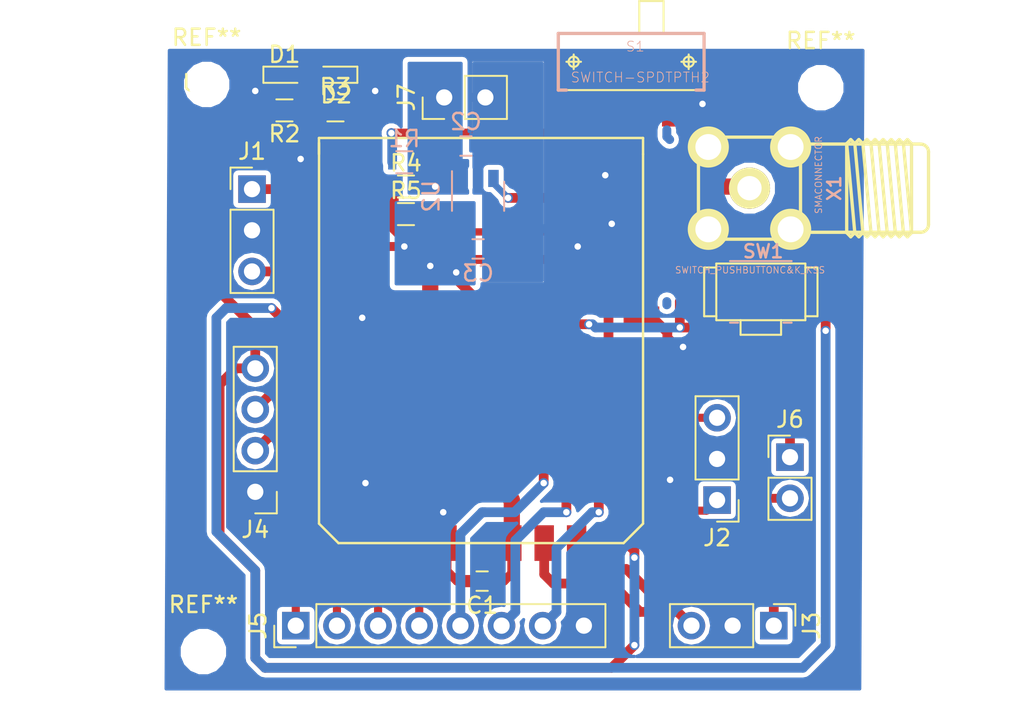
<source format=kicad_pcb>
(kicad_pcb (version 4) (host pcbnew 4.0.6-e0-6349~53~ubuntu14.04.1)

  (general
    (links 62)
    (no_connects 0)
    (area 0 0 0 0)
    (thickness 1.6)
    (drawings 1)
    (tracks 273)
    (zones 0)
    (modules 25)
    (nets 27)
  )

  (page A4)
  (layers
    (0 F.Cu signal)
    (31 B.Cu signal)
    (32 B.Adhes user)
    (33 F.Adhes user)
    (34 B.Paste user)
    (35 F.Paste user)
    (36 B.SilkS user)
    (37 F.SilkS user)
    (38 B.Mask user)
    (39 F.Mask user)
    (40 Dwgs.User user)
    (41 Cmts.User user)
    (42 Eco1.User user)
    (43 Eco2.User user)
    (44 Edge.Cuts user)
    (45 Margin user)
    (46 B.CrtYd user)
    (47 F.CrtYd user)
    (48 B.Fab user)
    (49 F.Fab user)
  )

  (setup
    (last_trace_width 0.55)
    (user_trace_width 0.4)
    (user_trace_width 0.45)
    (user_trace_width 0.5)
    (user_trace_width 0.55)
    (user_trace_width 0.6)
    (user_trace_width 1)
    (trace_clearance 0.2)
    (zone_clearance 0.3)
    (zone_45_only no)
    (trace_min 0.2)
    (segment_width 0.2)
    (edge_width 0.1)
    (via_size 0.6)
    (via_drill 0.4)
    (via_min_size 0.4)
    (via_min_drill 0.3)
    (uvia_size 0.3)
    (uvia_drill 0.1)
    (uvias_allowed no)
    (uvia_min_size 0.2)
    (uvia_min_drill 0.1)
    (pcb_text_width 0.3)
    (pcb_text_size 1.5 1.5)
    (mod_edge_width 0.15)
    (mod_text_size 1 1)
    (mod_text_width 0.15)
    (pad_size 2 2)
    (pad_drill 2)
    (pad_to_mask_clearance 0)
    (aux_axis_origin 141.8 102)
    (visible_elements FFFEFF7F)
    (pcbplotparams
      (layerselection 0x00030_80000001)
      (usegerberextensions false)
      (excludeedgelayer true)
      (linewidth 0.100000)
      (plotframeref false)
      (viasonmask false)
      (mode 1)
      (useauxorigin false)
      (hpglpennumber 1)
      (hpglpenspeed 20)
      (hpglpendiameter 15)
      (hpglpenoverlay 2)
      (psnegative false)
      (psa4output false)
      (plotreference true)
      (plotvalue true)
      (plotinvisibletext false)
      (padsonsilk false)
      (subtractmaskfromsilk false)
      (outputformat 1)
      (mirror false)
      (drillshape 1)
      (scaleselection 1)
      (outputdirectory ""))
  )

  (net 0 "")
  (net 1 +3V3)
  (net 2 GND)
  (net 3 +BATT)
  (net 4 "Net-(D1-Pad2)")
  (net 5 "Net-(D2-Pad2)")
  (net 6 /JTCK)
  (net 7 /JTMS)
  (net 8 /P12)
  (net 9 /P13)
  (net 10 /TXD)
  (net 11 /RXD)
  (net 12 /P6)
  (net 13 /P5)
  (net 14 /P11)
  (net 15 /P7)
  (net 16 /P8)
  (net 17 /P9)
  (net 18 /P10)
  (net 19 /P14)
  (net 20 /P15)
  (net 21 /P17)
  (net 22 /BOOT)
  (net 23 "Net-(R1-Pad2)")
  (net 24 /EN)
  (net 25 /RESET)
  (net 26 /RF)

  (net_class Default "This is the default net class."
    (clearance 0.2)
    (trace_width 0.25)
    (via_dia 0.6)
    (via_drill 0.4)
    (uvia_dia 0.3)
    (uvia_drill 0.1)
    (add_net +3V3)
    (add_net +BATT)
    (add_net /BOOT)
    (add_net /EN)
    (add_net /JTCK)
    (add_net /JTMS)
    (add_net /P10)
    (add_net /P11)
    (add_net /P12)
    (add_net /P13)
    (add_net /P14)
    (add_net /P15)
    (add_net /P17)
    (add_net /P5)
    (add_net /P6)
    (add_net /P7)
    (add_net /P8)
    (add_net /P9)
    (add_net /RESET)
    (add_net /RF)
    (add_net /RXD)
    (add_net /TXD)
    (add_net GND)
    (add_net "Net-(D1-Pad2)")
    (add_net "Net-(D2-Pad2)")
    (add_net "Net-(R1-Pad2)")
  )

  (module Mounting_Holes:MountingHole_2.2mm_M2_DIN965 (layer F.Cu) (tedit 56D1B4CB) (tstamp 58E857FB)
    (at 178.9 100.8)
    (descr "Mounting Hole 2.2mm, no annular, M2, DIN965")
    (tags "mounting hole 2.2mm no annular m2 din965")
    (fp_text reference REF** (at 0 -2.9) (layer F.SilkS)
      (effects (font (size 1 1) (thickness 0.15)))
    )
    (fp_text value MountingHole_2.2mm_M2_DIN965 (at 0 2.9) (layer F.Fab)
      (effects (font (size 1 1) (thickness 0.15)))
    )
    (fp_circle (center 0 0) (end 1.9 0) (layer Cmts.User) (width 0.15))
    (fp_circle (center 0 0) (end 2.15 0) (layer F.CrtYd) (width 0.05))
    (pad 1 np_thru_hole circle (at 0 0) (size 2.2 2.2) (drill 2.2) (layers *.Cu *.Mask))
  )

  (module Mounting_Holes:MountingHole_2.2mm_M2_DIN965 (layer F.Cu) (tedit 56D1B4CB) (tstamp 58E857F5)
    (at 140.8 135.6)
    (descr "Mounting Hole 2.2mm, no annular, M2, DIN965")
    (tags "mounting hole 2.2mm no annular m2 din965")
    (fp_text reference REF** (at 0 -2.9) (layer F.SilkS)
      (effects (font (size 1 1) (thickness 0.15)))
    )
    (fp_text value MountingHole_2.2mm_M2_DIN965 (at 0 2.9) (layer F.Fab)
      (effects (font (size 1 1) (thickness 0.15)))
    )
    (fp_circle (center 0 0) (end 1.9 0) (layer Cmts.User) (width 0.15))
    (fp_circle (center 0 0) (end 2.15 0) (layer F.CrtYd) (width 0.05))
    (pad 1 np_thru_hole circle (at 0 0) (size 2.2 2.2) (drill 2.2) (layers *.Cu *.Mask))
  )

  (module Mounting_Holes:MountingHole_2.2mm_M2_DIN965 (layer F.Cu) (tedit 56D1B4CB) (tstamp 58E857EF)
    (at 141 100.6)
    (descr "Mounting Hole 2.2mm, no annular, M2, DIN965")
    (tags "mounting hole 2.2mm no annular m2 din965")
    (fp_text reference REF** (at 0 -2.9) (layer F.SilkS)
      (effects (font (size 1 1) (thickness 0.15)))
    )
    (fp_text value MountingHole_2.2mm_M2_DIN965 (at 0 2.9) (layer F.Fab)
      (effects (font (size 1 1) (thickness 0.15)))
    )
    (fp_circle (center 0 0) (end 1.9 0) (layer Cmts.User) (width 0.15))
    (fp_circle (center 0 0) (end 2.15 0) (layer F.CrtYd) (width 0.05))
    (pad 1 np_thru_hole circle (at 0 0) (size 2.2 2.2) (drill 2.2) (layers *.Cu *.Mask))
  )

  (module im880b:im880b (layer F.Cu) (tedit 58B3BC1E) (tstamp 58DE205F)
    (at 148.5011 105.0036)
    (path /58D21651)
    (fp_text reference U1 (at -8 -4.5) (layer F.SilkS)
      (effects (font (size 1 1) (thickness 0.15)))
    )
    (fp_text value im880b (at -7 -3.5) (layer F.Fab)
      (effects (font (size 1 1) (thickness 0.15)))
    )
    (fp_line (start 0.63 23.9) (end 18.23 23.9) (layer F.SilkS) (width 0.15))
    (fp_line (start 18.23 23.9) (end 19.43 22.7) (layer F.SilkS) (width 0.15))
    (fp_line (start 19.43 22.7) (end 19.43 -0.1) (layer F.SilkS) (width 0.15))
    (fp_line (start 19.43 -0.1) (end 19.43 -1.1) (layer F.SilkS) (width 0.15))
    (fp_line (start 19.43 -1.1) (end -0.57 -1.1) (layer F.SilkS) (width 0.15))
    (fp_line (start -0.57 -1.1) (end -0.57 -0.1) (layer F.SilkS) (width 0.15))
    (fp_line (start -0.566 22.7) (end 0.634 23.9) (layer F.SilkS) (width 0.15))
    (fp_line (start -0.566 -0.8) (end -0.566 22.7) (layer F.SilkS) (width 0.15))
    (pad 1 smd rect (at 0 0) (size 2.2 1.2) (layers F.Cu F.Paste F.Mask)
      (net 2 GND))
    (pad 2 smd rect (at 0 2) (size 2.2 1.2) (layers F.Cu F.Paste F.Mask)
      (net 6 /JTCK))
    (pad 3 smd rect (at 0 4) (size 2.2 1.2) (layers F.Cu F.Paste F.Mask)
      (net 7 /JTMS))
    (pad 4 smd rect (at 0 6) (size 2.2 1.2) (layers F.Cu F.Paste F.Mask))
    (pad 5 smd rect (at 0 8) (size 2.2 1.2) (layers F.Cu F.Paste F.Mask))
    (pad 6 smd rect (at 0 10) (size 2.2 1.2) (layers F.Cu F.Paste F.Mask)
      (net 2 GND))
    (pad 7 smd rect (at 0 12) (size 2.2 1.2) (layers F.Cu F.Paste F.Mask)
      (net 25 /RESET))
    (pad 8 smd rect (at 0 14) (size 2.2 1.2) (layers F.Cu F.Paste F.Mask)
      (net 13 /P5))
    (pad 9 smd rect (at 0 16) (size 2.2 1.2) (layers F.Cu F.Paste F.Mask)
      (net 12 /P6))
    (pad 10 smd rect (at 0 18) (size 2.2 1.2) (layers F.Cu F.Paste F.Mask))
    (pad 11 smd rect (at 0 20) (size 2.2 1.2) (layers F.Cu F.Paste F.Mask)
      (net 2 GND))
    (pad 12 smd oval (at 0 22) (size 2.2 1.2) (layers F.Cu F.Paste F.Mask)
      (net 15 /P7))
    (pad 13 smd oval (at 1.33 23.9) (size 1.2 2.2) (layers F.Cu F.Paste F.Mask)
      (net 16 /P8))
    (pad 14 smd rect (at 3.33 23.9) (size 1.2 2.2) (layers F.Cu F.Paste F.Mask)
      (net 17 /P9))
    (pad 15 smd rect (at 5.33 23.9) (size 1.2 2.2) (layers F.Cu F.Paste F.Mask)
      (net 18 /P10))
    (pad 16 smd rect (at 7.33 23.9) (size 1.2 2.2) (layers F.Cu F.Paste F.Mask)
      (net 2 GND))
    (pad 17 smd rect (at 11.33 23.9) (size 1.2 2.2) (layers F.Cu F.Paste F.Mask)
      (net 1 +3V3))
    (pad 18 smd rect (at 13.33 23.9) (size 1.2 2.2) (layers F.Cu F.Paste F.Mask)
      (net 11 /RXD))
    (pad 19 smd rect (at 15.33 23.9) (size 1.2 2.2) (layers F.Cu F.Paste F.Mask)
      (net 10 /TXD))
    (pad 20 smd oval (at 17.33 23.9) (size 1.2 2.2) (layers F.Cu F.Paste F.Mask)
      (net 14 /P11))
    (pad 21 smd oval (at 19.33 21.9) (size 2.2 1.2) (layers F.Cu F.Paste F.Mask)
      (net 8 /P12))
    (pad 22 smd rect (at 19.33 19.9) (size 2.2 1.2) (layers F.Cu F.Paste F.Mask)
      (net 2 GND))
    (pad 23 smd rect (at 19.33 17.9) (size 2.2 1.2) (layers F.Cu F.Paste F.Mask)
      (net 9 /P13))
    (pad 24 smd rect (at 19.33 15.9) (size 2.2 1.2) (layers F.Cu F.Paste F.Mask)
      (net 19 /P14))
    (pad 25 smd rect (at 19.33 13.9) (size 2.2 1.2) (layers F.Cu F.Paste F.Mask)
      (net 20 /P15))
    (pad 26 smd rect (at 19.33 11.9) (size 2.2 1.2) (layers F.Cu F.Paste F.Mask)
      (net 22 /BOOT))
    (pad 27 smd rect (at 19.33 9.9) (size 2.2 1.2) (layers F.Cu F.Paste F.Mask)
      (net 2 GND))
    (pad 28 smd rect (at 19.33 7.9) (size 2.2 1.2) (layers F.Cu F.Paste F.Mask))
    (pad 29 smd rect (at 19.33 5.9) (size 2.2 1.2) (layers F.Cu F.Paste F.Mask)
      (net 21 /P17))
    (pad 30 smd rect (at 19.33 3.9) (size 2.2 1.2) (layers F.Cu F.Paste F.Mask)
      (net 2 GND))
    (pad 31 smd rect (at 19.33 1.9) (size 2.2 1.2) (layers F.Cu F.Paste F.Mask)
      (net 26 /RF))
    (pad 32 smd rect (at 19.33 -0.1) (size 2.2 1.2) (layers F.Cu F.Paste F.Mask)
      (net 2 GND))
  )

  (module Capacitors_SMD:C_0603 (layer F.Cu) (tedit 58AA844E) (tstamp 58DE1EEA)
    (at 158 131.25 180)
    (descr "Capacitor SMD 0603, reflow soldering, AVX (see smccp.pdf)")
    (tags "capacitor 0603")
    (path /58D2549F)
    (attr smd)
    (fp_text reference C1 (at 0 -1.5 180) (layer F.SilkS)
      (effects (font (size 1 1) (thickness 0.15)))
    )
    (fp_text value 0.1u (at 0 1.5 180) (layer F.Fab)
      (effects (font (size 1 1) (thickness 0.15)))
    )
    (fp_text user %R (at 0 -1.5 180) (layer F.Fab)
      (effects (font (size 1 1) (thickness 0.15)))
    )
    (fp_line (start -0.8 0.4) (end -0.8 -0.4) (layer F.Fab) (width 0.1))
    (fp_line (start 0.8 0.4) (end -0.8 0.4) (layer F.Fab) (width 0.1))
    (fp_line (start 0.8 -0.4) (end 0.8 0.4) (layer F.Fab) (width 0.1))
    (fp_line (start -0.8 -0.4) (end 0.8 -0.4) (layer F.Fab) (width 0.1))
    (fp_line (start -0.35 -0.6) (end 0.35 -0.6) (layer F.SilkS) (width 0.12))
    (fp_line (start 0.35 0.6) (end -0.35 0.6) (layer F.SilkS) (width 0.12))
    (fp_line (start -1.4 -0.65) (end 1.4 -0.65) (layer F.CrtYd) (width 0.05))
    (fp_line (start -1.4 -0.65) (end -1.4 0.65) (layer F.CrtYd) (width 0.05))
    (fp_line (start 1.4 0.65) (end 1.4 -0.65) (layer F.CrtYd) (width 0.05))
    (fp_line (start 1.4 0.65) (end -1.4 0.65) (layer F.CrtYd) (width 0.05))
    (pad 1 smd rect (at -0.75 0 180) (size 0.8 0.75) (layers F.Cu F.Paste F.Mask)
      (net 1 +3V3))
    (pad 2 smd rect (at 0.75 0 180) (size 0.8 0.75) (layers F.Cu F.Paste F.Mask)
      (net 2 GND))
    (model Capacitors_SMD.3dshapes/C_0603.wrl
      (at (xyz 0 0 0))
      (scale (xyz 1 1 1))
      (rotate (xyz 0 0 0))
    )
  )

  (module Capacitors_SMD:C_0603 (layer B.Cu) (tedit 58AA844E) (tstamp 58DE1EFB)
    (at 157 104.4 180)
    (descr "Capacitor SMD 0603, reflow soldering, AVX (see smccp.pdf)")
    (tags "capacitor 0603")
    (path /58D24FC2)
    (attr smd)
    (fp_text reference C2 (at 0 1.5 180) (layer B.SilkS)
      (effects (font (size 1 1) (thickness 0.15)) (justify mirror))
    )
    (fp_text value 0.1u (at 0 -1.5 180) (layer B.Fab)
      (effects (font (size 1 1) (thickness 0.15)) (justify mirror))
    )
    (fp_text user %R (at 0 1.5 180) (layer B.Fab)
      (effects (font (size 1 1) (thickness 0.15)) (justify mirror))
    )
    (fp_line (start -0.8 -0.4) (end -0.8 0.4) (layer B.Fab) (width 0.1))
    (fp_line (start 0.8 -0.4) (end -0.8 -0.4) (layer B.Fab) (width 0.1))
    (fp_line (start 0.8 0.4) (end 0.8 -0.4) (layer B.Fab) (width 0.1))
    (fp_line (start -0.8 0.4) (end 0.8 0.4) (layer B.Fab) (width 0.1))
    (fp_line (start -0.35 0.6) (end 0.35 0.6) (layer B.SilkS) (width 0.12))
    (fp_line (start 0.35 -0.6) (end -0.35 -0.6) (layer B.SilkS) (width 0.12))
    (fp_line (start -1.4 0.65) (end 1.4 0.65) (layer B.CrtYd) (width 0.05))
    (fp_line (start -1.4 0.65) (end -1.4 -0.65) (layer B.CrtYd) (width 0.05))
    (fp_line (start 1.4 -0.65) (end 1.4 0.65) (layer B.CrtYd) (width 0.05))
    (fp_line (start 1.4 -0.65) (end -1.4 -0.65) (layer B.CrtYd) (width 0.05))
    (pad 1 smd rect (at -0.75 0 180) (size 0.8 0.75) (layers B.Cu B.Paste B.Mask)
      (net 2 GND))
    (pad 2 smd rect (at 0.75 0 180) (size 0.8 0.75) (layers B.Cu B.Paste B.Mask)
      (net 3 +BATT))
    (model Capacitors_SMD.3dshapes/C_0603.wrl
      (at (xyz 0 0 0))
      (scale (xyz 1 1 1))
      (rotate (xyz 0 0 0))
    )
  )

  (module Capacitors_SMD:C_0603 (layer B.Cu) (tedit 58AA844E) (tstamp 58DE1F0C)
    (at 157.75 110.75)
    (descr "Capacitor SMD 0603, reflow soldering, AVX (see smccp.pdf)")
    (tags "capacitor 0603")
    (path /58D24C6D)
    (attr smd)
    (fp_text reference C3 (at 0 1.5) (layer B.SilkS)
      (effects (font (size 1 1) (thickness 0.15)) (justify mirror))
    )
    (fp_text value 0.1u (at 0 -1.5) (layer B.Fab)
      (effects (font (size 1 1) (thickness 0.15)) (justify mirror))
    )
    (fp_text user %R (at 0 1.5) (layer B.Fab)
      (effects (font (size 1 1) (thickness 0.15)) (justify mirror))
    )
    (fp_line (start -0.8 -0.4) (end -0.8 0.4) (layer B.Fab) (width 0.1))
    (fp_line (start 0.8 -0.4) (end -0.8 -0.4) (layer B.Fab) (width 0.1))
    (fp_line (start 0.8 0.4) (end 0.8 -0.4) (layer B.Fab) (width 0.1))
    (fp_line (start -0.8 0.4) (end 0.8 0.4) (layer B.Fab) (width 0.1))
    (fp_line (start -0.35 0.6) (end 0.35 0.6) (layer B.SilkS) (width 0.12))
    (fp_line (start 0.35 -0.6) (end -0.35 -0.6) (layer B.SilkS) (width 0.12))
    (fp_line (start -1.4 0.65) (end 1.4 0.65) (layer B.CrtYd) (width 0.05))
    (fp_line (start -1.4 0.65) (end -1.4 -0.65) (layer B.CrtYd) (width 0.05))
    (fp_line (start 1.4 -0.65) (end 1.4 0.65) (layer B.CrtYd) (width 0.05))
    (fp_line (start 1.4 -0.65) (end -1.4 -0.65) (layer B.CrtYd) (width 0.05))
    (pad 1 smd rect (at -0.75 0) (size 0.8 0.75) (layers B.Cu B.Paste B.Mask)
      (net 1 +3V3))
    (pad 2 smd rect (at 0.75 0) (size 0.8 0.75) (layers B.Cu B.Paste B.Mask)
      (net 2 GND))
    (model Capacitors_SMD.3dshapes/C_0603.wrl
      (at (xyz 0 0 0))
      (scale (xyz 1 1 1))
      (rotate (xyz 0 0 0))
    )
  )

  (module LEDs:LED_0603 (layer F.Cu) (tedit 57FE93A5) (tstamp 58DE1F21)
    (at 145.8 100)
    (descr "LED 0603 smd package")
    (tags "LED led 0603 SMD smd SMT smt smdled SMDLED smtled SMTLED")
    (path /58D8EC7A)
    (attr smd)
    (fp_text reference D1 (at 0 -1.25) (layer F.SilkS)
      (effects (font (size 1 1) (thickness 0.15)))
    )
    (fp_text value LED (at 0 1.35) (layer F.Fab)
      (effects (font (size 1 1) (thickness 0.15)))
    )
    (fp_line (start -1.3 -0.5) (end -1.3 0.5) (layer F.SilkS) (width 0.12))
    (fp_line (start -0.2 -0.2) (end -0.2 0.2) (layer F.Fab) (width 0.1))
    (fp_line (start -0.15 0) (end 0.15 -0.2) (layer F.Fab) (width 0.1))
    (fp_line (start 0.15 0.2) (end -0.15 0) (layer F.Fab) (width 0.1))
    (fp_line (start 0.15 -0.2) (end 0.15 0.2) (layer F.Fab) (width 0.1))
    (fp_line (start 0.8 0.4) (end -0.8 0.4) (layer F.Fab) (width 0.1))
    (fp_line (start 0.8 -0.4) (end 0.8 0.4) (layer F.Fab) (width 0.1))
    (fp_line (start -0.8 -0.4) (end 0.8 -0.4) (layer F.Fab) (width 0.1))
    (fp_line (start -0.8 0.4) (end -0.8 -0.4) (layer F.Fab) (width 0.1))
    (fp_line (start -1.3 0.5) (end 0.8 0.5) (layer F.SilkS) (width 0.12))
    (fp_line (start -1.3 -0.5) (end 0.8 -0.5) (layer F.SilkS) (width 0.12))
    (fp_line (start 1.45 -0.65) (end 1.45 0.65) (layer F.CrtYd) (width 0.05))
    (fp_line (start 1.45 0.65) (end -1.45 0.65) (layer F.CrtYd) (width 0.05))
    (fp_line (start -1.45 0.65) (end -1.45 -0.65) (layer F.CrtYd) (width 0.05))
    (fp_line (start -1.45 -0.65) (end 1.45 -0.65) (layer F.CrtYd) (width 0.05))
    (pad 2 smd rect (at 0.8 0 180) (size 0.8 0.8) (layers F.Cu F.Paste F.Mask)
      (net 4 "Net-(D1-Pad2)"))
    (pad 1 smd rect (at -0.8 0 180) (size 0.8 0.8) (layers F.Cu F.Paste F.Mask)
      (net 2 GND))
    (model LEDs.3dshapes/LED_0603.wrl
      (at (xyz 0 0 0))
      (scale (xyz 1 1 1))
      (rotate (xyz 0 0 180))
    )
  )

  (module LEDs:LED_0603 (layer F.Cu) (tedit 57FE93A5) (tstamp 58DE1F36)
    (at 149 100 180)
    (descr "LED 0603 smd package")
    (tags "LED led 0603 SMD smd SMT smt smdled SMDLED smtled SMTLED")
    (path /58D8ECEE)
    (attr smd)
    (fp_text reference D2 (at 0 -1.25 180) (layer F.SilkS)
      (effects (font (size 1 1) (thickness 0.15)))
    )
    (fp_text value LED (at 0 1.35 180) (layer F.Fab)
      (effects (font (size 1 1) (thickness 0.15)))
    )
    (fp_line (start -1.3 -0.5) (end -1.3 0.5) (layer F.SilkS) (width 0.12))
    (fp_line (start -0.2 -0.2) (end -0.2 0.2) (layer F.Fab) (width 0.1))
    (fp_line (start -0.15 0) (end 0.15 -0.2) (layer F.Fab) (width 0.1))
    (fp_line (start 0.15 0.2) (end -0.15 0) (layer F.Fab) (width 0.1))
    (fp_line (start 0.15 -0.2) (end 0.15 0.2) (layer F.Fab) (width 0.1))
    (fp_line (start 0.8 0.4) (end -0.8 0.4) (layer F.Fab) (width 0.1))
    (fp_line (start 0.8 -0.4) (end 0.8 0.4) (layer F.Fab) (width 0.1))
    (fp_line (start -0.8 -0.4) (end 0.8 -0.4) (layer F.Fab) (width 0.1))
    (fp_line (start -0.8 0.4) (end -0.8 -0.4) (layer F.Fab) (width 0.1))
    (fp_line (start -1.3 0.5) (end 0.8 0.5) (layer F.SilkS) (width 0.12))
    (fp_line (start -1.3 -0.5) (end 0.8 -0.5) (layer F.SilkS) (width 0.12))
    (fp_line (start 1.45 -0.65) (end 1.45 0.65) (layer F.CrtYd) (width 0.05))
    (fp_line (start 1.45 0.65) (end -1.45 0.65) (layer F.CrtYd) (width 0.05))
    (fp_line (start -1.45 0.65) (end -1.45 -0.65) (layer F.CrtYd) (width 0.05))
    (fp_line (start -1.45 -0.65) (end 1.45 -0.65) (layer F.CrtYd) (width 0.05))
    (pad 2 smd rect (at 0.8 0) (size 0.8 0.8) (layers F.Cu F.Paste F.Mask)
      (net 5 "Net-(D2-Pad2)"))
    (pad 1 smd rect (at -0.8 0) (size 0.8 0.8) (layers F.Cu F.Paste F.Mask)
      (net 2 GND))
    (model LEDs.3dshapes/LED_0603.wrl
      (at (xyz 0 0 0))
      (scale (xyz 1 1 1))
      (rotate (xyz 0 0 180))
    )
  )

  (module Pin_Headers:Pin_Header_Straight_1x03_Pitch2.54mm (layer F.Cu) (tedit 58CD4EC1) (tstamp 58DE1F4C)
    (at 143.8 107.06)
    (descr "Through hole straight pin header, 1x03, 2.54mm pitch, single row")
    (tags "Through hole pin header THT 1x03 2.54mm single row")
    (path /58D26B3A)
    (fp_text reference J1 (at 0 -2.33) (layer F.SilkS)
      (effects (font (size 1 1) (thickness 0.15)))
    )
    (fp_text value Prog (at 0 7.41) (layer F.Fab)
      (effects (font (size 1 1) (thickness 0.15)))
    )
    (fp_line (start -1.27 -1.27) (end -1.27 6.35) (layer F.Fab) (width 0.1))
    (fp_line (start -1.27 6.35) (end 1.27 6.35) (layer F.Fab) (width 0.1))
    (fp_line (start 1.27 6.35) (end 1.27 -1.27) (layer F.Fab) (width 0.1))
    (fp_line (start 1.27 -1.27) (end -1.27 -1.27) (layer F.Fab) (width 0.1))
    (fp_line (start -1.33 1.27) (end -1.33 6.41) (layer F.SilkS) (width 0.12))
    (fp_line (start -1.33 6.41) (end 1.33 6.41) (layer F.SilkS) (width 0.12))
    (fp_line (start 1.33 6.41) (end 1.33 1.27) (layer F.SilkS) (width 0.12))
    (fp_line (start 1.33 1.27) (end -1.33 1.27) (layer F.SilkS) (width 0.12))
    (fp_line (start -1.33 0) (end -1.33 -1.33) (layer F.SilkS) (width 0.12))
    (fp_line (start -1.33 -1.33) (end 0 -1.33) (layer F.SilkS) (width 0.12))
    (fp_line (start -1.8 -1.8) (end -1.8 6.85) (layer F.CrtYd) (width 0.05))
    (fp_line (start -1.8 6.85) (end 1.8 6.85) (layer F.CrtYd) (width 0.05))
    (fp_line (start 1.8 6.85) (end 1.8 -1.8) (layer F.CrtYd) (width 0.05))
    (fp_line (start 1.8 -1.8) (end -1.8 -1.8) (layer F.CrtYd) (width 0.05))
    (fp_text user %R (at 0 -2.33) (layer F.Fab)
      (effects (font (size 1 1) (thickness 0.15)))
    )
    (pad 1 thru_hole rect (at 0 0) (size 1.7 1.7) (drill 1) (layers *.Cu *.Mask)
      (net 6 /JTCK))
    (pad 2 thru_hole oval (at 0 2.54) (size 1.7 1.7) (drill 1) (layers *.Cu *.Mask)
      (net 2 GND))
    (pad 3 thru_hole oval (at 0 5.08) (size 1.7 1.7) (drill 1) (layers *.Cu *.Mask)
      (net 7 /JTMS))
    (model ${KISYS3DMOD}/Pin_Headers.3dshapes/Pin_Header_Straight_1x03_Pitch2.54mm.wrl
      (at (xyz 0 -0.1 0))
      (scale (xyz 1 1 1))
      (rotate (xyz 0 0 90))
    )
  )

  (module Pin_Headers:Pin_Header_Straight_1x03_Pitch2.54mm (layer F.Cu) (tedit 58CD4EC1) (tstamp 58DE1F62)
    (at 172.5 126.25 180)
    (descr "Through hole straight pin header, 1x03, 2.54mm pitch, single row")
    (tags "Through hole pin header THT 1x03 2.54mm single row")
    (path /58D27328)
    (fp_text reference J2 (at 0 -2.33 180) (layer F.SilkS)
      (effects (font (size 1 1) (thickness 0.15)))
    )
    (fp_text value I2C (at 0 7.41 180) (layer F.Fab)
      (effects (font (size 1 1) (thickness 0.15)))
    )
    (fp_line (start -1.27 -1.27) (end -1.27 6.35) (layer F.Fab) (width 0.1))
    (fp_line (start -1.27 6.35) (end 1.27 6.35) (layer F.Fab) (width 0.1))
    (fp_line (start 1.27 6.35) (end 1.27 -1.27) (layer F.Fab) (width 0.1))
    (fp_line (start 1.27 -1.27) (end -1.27 -1.27) (layer F.Fab) (width 0.1))
    (fp_line (start -1.33 1.27) (end -1.33 6.41) (layer F.SilkS) (width 0.12))
    (fp_line (start -1.33 6.41) (end 1.33 6.41) (layer F.SilkS) (width 0.12))
    (fp_line (start 1.33 6.41) (end 1.33 1.27) (layer F.SilkS) (width 0.12))
    (fp_line (start 1.33 1.27) (end -1.33 1.27) (layer F.SilkS) (width 0.12))
    (fp_line (start -1.33 0) (end -1.33 -1.33) (layer F.SilkS) (width 0.12))
    (fp_line (start -1.33 -1.33) (end 0 -1.33) (layer F.SilkS) (width 0.12))
    (fp_line (start -1.8 -1.8) (end -1.8 6.85) (layer F.CrtYd) (width 0.05))
    (fp_line (start -1.8 6.85) (end 1.8 6.85) (layer F.CrtYd) (width 0.05))
    (fp_line (start 1.8 6.85) (end 1.8 -1.8) (layer F.CrtYd) (width 0.05))
    (fp_line (start 1.8 -1.8) (end -1.8 -1.8) (layer F.CrtYd) (width 0.05))
    (fp_text user %R (at 0 -2.33 180) (layer F.Fab)
      (effects (font (size 1 1) (thickness 0.15)))
    )
    (pad 1 thru_hole rect (at 0 0 180) (size 1.7 1.7) (drill 1) (layers *.Cu *.Mask)
      (net 8 /P12))
    (pad 2 thru_hole oval (at 0 2.54 180) (size 1.7 1.7) (drill 1) (layers *.Cu *.Mask)
      (net 2 GND))
    (pad 3 thru_hole oval (at 0 5.08 180) (size 1.7 1.7) (drill 1) (layers *.Cu *.Mask)
      (net 9 /P13))
    (model ${KISYS3DMOD}/Pin_Headers.3dshapes/Pin_Header_Straight_1x03_Pitch2.54mm.wrl
      (at (xyz 0 -0.1 0))
      (scale (xyz 1 1 1))
      (rotate (xyz 0 0 90))
    )
  )

  (module Pin_Headers:Pin_Header_Straight_1x03_Pitch2.54mm (layer F.Cu) (tedit 58CD4EC1) (tstamp 58DE1F78)
    (at 176 134 270)
    (descr "Through hole straight pin header, 1x03, 2.54mm pitch, single row")
    (tags "Through hole pin header THT 1x03 2.54mm single row")
    (path /58D273D5)
    (fp_text reference J3 (at 0 -2.33 270) (layer F.SilkS)
      (effects (font (size 1 1) (thickness 0.15)))
    )
    (fp_text value UART (at 0 7.41 270) (layer F.Fab)
      (effects (font (size 1 1) (thickness 0.15)))
    )
    (fp_line (start -1.27 -1.27) (end -1.27 6.35) (layer F.Fab) (width 0.1))
    (fp_line (start -1.27 6.35) (end 1.27 6.35) (layer F.Fab) (width 0.1))
    (fp_line (start 1.27 6.35) (end 1.27 -1.27) (layer F.Fab) (width 0.1))
    (fp_line (start 1.27 -1.27) (end -1.27 -1.27) (layer F.Fab) (width 0.1))
    (fp_line (start -1.33 1.27) (end -1.33 6.41) (layer F.SilkS) (width 0.12))
    (fp_line (start -1.33 6.41) (end 1.33 6.41) (layer F.SilkS) (width 0.12))
    (fp_line (start 1.33 6.41) (end 1.33 1.27) (layer F.SilkS) (width 0.12))
    (fp_line (start 1.33 1.27) (end -1.33 1.27) (layer F.SilkS) (width 0.12))
    (fp_line (start -1.33 0) (end -1.33 -1.33) (layer F.SilkS) (width 0.12))
    (fp_line (start -1.33 -1.33) (end 0 -1.33) (layer F.SilkS) (width 0.12))
    (fp_line (start -1.8 -1.8) (end -1.8 6.85) (layer F.CrtYd) (width 0.05))
    (fp_line (start -1.8 6.85) (end 1.8 6.85) (layer F.CrtYd) (width 0.05))
    (fp_line (start 1.8 6.85) (end 1.8 -1.8) (layer F.CrtYd) (width 0.05))
    (fp_line (start 1.8 -1.8) (end -1.8 -1.8) (layer F.CrtYd) (width 0.05))
    (fp_text user %R (at 0 -2.33 270) (layer F.Fab)
      (effects (font (size 1 1) (thickness 0.15)))
    )
    (pad 1 thru_hole rect (at 0 0 270) (size 1.7 1.7) (drill 1) (layers *.Cu *.Mask)
      (net 10 /TXD))
    (pad 2 thru_hole oval (at 0 2.54 270) (size 1.7 1.7) (drill 1) (layers *.Cu *.Mask)
      (net 2 GND))
    (pad 3 thru_hole oval (at 0 5.08 270) (size 1.7 1.7) (drill 1) (layers *.Cu *.Mask)
      (net 11 /RXD))
    (model ${KISYS3DMOD}/Pin_Headers.3dshapes/Pin_Header_Straight_1x03_Pitch2.54mm.wrl
      (at (xyz 0 -0.1 0))
      (scale (xyz 1 1 1))
      (rotate (xyz 0 0 90))
    )
  )

  (module Pin_Headers:Pin_Header_Straight_1x04_Pitch2.54mm (layer F.Cu) (tedit 58CD4EC1) (tstamp 58DE1F8F)
    (at 144 125.74 180)
    (descr "Through hole straight pin header, 1x04, 2.54mm pitch, single row")
    (tags "Through hole pin header THT 1x04 2.54mm single row")
    (path /58D8E8B1)
    (fp_text reference J4 (at 0 -2.33 180) (layer F.SilkS)
      (effects (font (size 1 1) (thickness 0.15)))
    )
    (fp_text value GPIO (at 0 9.95 180) (layer F.Fab)
      (effects (font (size 1 1) (thickness 0.15)))
    )
    (fp_line (start -1.27 -1.27) (end -1.27 8.89) (layer F.Fab) (width 0.1))
    (fp_line (start -1.27 8.89) (end 1.27 8.89) (layer F.Fab) (width 0.1))
    (fp_line (start 1.27 8.89) (end 1.27 -1.27) (layer F.Fab) (width 0.1))
    (fp_line (start 1.27 -1.27) (end -1.27 -1.27) (layer F.Fab) (width 0.1))
    (fp_line (start -1.33 1.27) (end -1.33 8.95) (layer F.SilkS) (width 0.12))
    (fp_line (start -1.33 8.95) (end 1.33 8.95) (layer F.SilkS) (width 0.12))
    (fp_line (start 1.33 8.95) (end 1.33 1.27) (layer F.SilkS) (width 0.12))
    (fp_line (start 1.33 1.27) (end -1.33 1.27) (layer F.SilkS) (width 0.12))
    (fp_line (start -1.33 0) (end -1.33 -1.33) (layer F.SilkS) (width 0.12))
    (fp_line (start -1.33 -1.33) (end 0 -1.33) (layer F.SilkS) (width 0.12))
    (fp_line (start -1.8 -1.8) (end -1.8 9.4) (layer F.CrtYd) (width 0.05))
    (fp_line (start -1.8 9.4) (end 1.8 9.4) (layer F.CrtYd) (width 0.05))
    (fp_line (start 1.8 9.4) (end 1.8 -1.8) (layer F.CrtYd) (width 0.05))
    (fp_line (start 1.8 -1.8) (end -1.8 -1.8) (layer F.CrtYd) (width 0.05))
    (fp_text user %R (at 0 -2.33 180) (layer F.Fab)
      (effects (font (size 1 1) (thickness 0.15)))
    )
    (pad 1 thru_hole rect (at 0 0 180) (size 1.7 1.7) (drill 1) (layers *.Cu *.Mask)
      (net 2 GND))
    (pad 2 thru_hole oval (at 0 2.54 180) (size 1.7 1.7) (drill 1) (layers *.Cu *.Mask)
      (net 12 /P6))
    (pad 3 thru_hole oval (at 0 5.08 180) (size 1.7 1.7) (drill 1) (layers *.Cu *.Mask)
      (net 13 /P5))
    (pad 4 thru_hole oval (at 0 7.62 180) (size 1.7 1.7) (drill 1) (layers *.Cu *.Mask)
      (net 14 /P11))
    (model ${KISYS3DMOD}/Pin_Headers.3dshapes/Pin_Header_Straight_1x04_Pitch2.54mm.wrl
      (at (xyz 0 -0.15 0))
      (scale (xyz 1 1 1))
      (rotate (xyz 0 0 90))
    )
  )

  (module Pin_Headers:Pin_Header_Straight_1x08_Pitch2.54mm (layer F.Cu) (tedit 58CD4EC1) (tstamp 58DE1FAA)
    (at 146.5 134 90)
    (descr "Through hole straight pin header, 1x08, 2.54mm pitch, single row")
    (tags "Through hole pin header THT 1x08 2.54mm single row")
    (path /58D4F26E)
    (fp_text reference J5 (at 0 -2.33 90) (layer F.SilkS)
      (effects (font (size 1 1) (thickness 0.15)))
    )
    (fp_text value ADC/SPI (at 0 20.11 90) (layer F.Fab)
      (effects (font (size 1 1) (thickness 0.15)))
    )
    (fp_line (start -1.27 -1.27) (end -1.27 19.05) (layer F.Fab) (width 0.1))
    (fp_line (start -1.27 19.05) (end 1.27 19.05) (layer F.Fab) (width 0.1))
    (fp_line (start 1.27 19.05) (end 1.27 -1.27) (layer F.Fab) (width 0.1))
    (fp_line (start 1.27 -1.27) (end -1.27 -1.27) (layer F.Fab) (width 0.1))
    (fp_line (start -1.33 1.27) (end -1.33 19.11) (layer F.SilkS) (width 0.12))
    (fp_line (start -1.33 19.11) (end 1.33 19.11) (layer F.SilkS) (width 0.12))
    (fp_line (start 1.33 19.11) (end 1.33 1.27) (layer F.SilkS) (width 0.12))
    (fp_line (start 1.33 1.27) (end -1.33 1.27) (layer F.SilkS) (width 0.12))
    (fp_line (start -1.33 0) (end -1.33 -1.33) (layer F.SilkS) (width 0.12))
    (fp_line (start -1.33 -1.33) (end 0 -1.33) (layer F.SilkS) (width 0.12))
    (fp_line (start -1.8 -1.8) (end -1.8 19.55) (layer F.CrtYd) (width 0.05))
    (fp_line (start -1.8 19.55) (end 1.8 19.55) (layer F.CrtYd) (width 0.05))
    (fp_line (start 1.8 19.55) (end 1.8 -1.8) (layer F.CrtYd) (width 0.05))
    (fp_line (start 1.8 -1.8) (end -1.8 -1.8) (layer F.CrtYd) (width 0.05))
    (fp_text user %R (at 0 -2.33 90) (layer F.Fab)
      (effects (font (size 1 1) (thickness 0.15)))
    )
    (pad 1 thru_hole rect (at 0 0 90) (size 1.7 1.7) (drill 1) (layers *.Cu *.Mask)
      (net 15 /P7))
    (pad 2 thru_hole oval (at 0 2.54 90) (size 1.7 1.7) (drill 1) (layers *.Cu *.Mask)
      (net 16 /P8))
    (pad 3 thru_hole oval (at 0 5.08 90) (size 1.7 1.7) (drill 1) (layers *.Cu *.Mask)
      (net 17 /P9))
    (pad 4 thru_hole oval (at 0 7.62 90) (size 1.7 1.7) (drill 1) (layers *.Cu *.Mask)
      (net 18 /P10))
    (pad 5 thru_hole oval (at 0 10.16 90) (size 1.7 1.7) (drill 1) (layers *.Cu *.Mask)
      (net 21 /P17))
    (pad 6 thru_hole oval (at 0 12.7 90) (size 1.7 1.7) (drill 1) (layers *.Cu *.Mask)
      (net 20 /P15))
    (pad 7 thru_hole oval (at 0 15.24 90) (size 1.7 1.7) (drill 1) (layers *.Cu *.Mask)
      (net 19 /P14))
    (pad 8 thru_hole oval (at 0 17.78 90) (size 1.7 1.7) (drill 1) (layers *.Cu *.Mask)
      (net 2 GND))
    (model ${KISYS3DMOD}/Pin_Headers.3dshapes/Pin_Header_Straight_1x08_Pitch2.54mm.wrl
      (at (xyz 0 -0.35 0))
      (scale (xyz 1 1 1))
      (rotate (xyz 0 0 90))
    )
  )

  (module Pin_Headers:Pin_Header_Straight_1x02_Pitch2.54mm (layer F.Cu) (tedit 58CD4EC1) (tstamp 58DE1FBF)
    (at 177 123.6)
    (descr "Through hole straight pin header, 1x02, 2.54mm pitch, single row")
    (tags "Through hole pin header THT 1x02 2.54mm single row")
    (path /58D8B352)
    (fp_text reference J6 (at 0 -2.33) (layer F.SilkS)
      (effects (font (size 1 1) (thickness 0.15)))
    )
    (fp_text value CONN_01X02 (at 0 4.87) (layer F.Fab)
      (effects (font (size 1 1) (thickness 0.15)))
    )
    (fp_line (start -1.27 -1.27) (end -1.27 3.81) (layer F.Fab) (width 0.1))
    (fp_line (start -1.27 3.81) (end 1.27 3.81) (layer F.Fab) (width 0.1))
    (fp_line (start 1.27 3.81) (end 1.27 -1.27) (layer F.Fab) (width 0.1))
    (fp_line (start 1.27 -1.27) (end -1.27 -1.27) (layer F.Fab) (width 0.1))
    (fp_line (start -1.33 1.27) (end -1.33 3.87) (layer F.SilkS) (width 0.12))
    (fp_line (start -1.33 3.87) (end 1.33 3.87) (layer F.SilkS) (width 0.12))
    (fp_line (start 1.33 3.87) (end 1.33 1.27) (layer F.SilkS) (width 0.12))
    (fp_line (start 1.33 1.27) (end -1.33 1.27) (layer F.SilkS) (width 0.12))
    (fp_line (start -1.33 0) (end -1.33 -1.33) (layer F.SilkS) (width 0.12))
    (fp_line (start -1.33 -1.33) (end 0 -1.33) (layer F.SilkS) (width 0.12))
    (fp_line (start -1.8 -1.8) (end -1.8 4.35) (layer F.CrtYd) (width 0.05))
    (fp_line (start -1.8 4.35) (end 1.8 4.35) (layer F.CrtYd) (width 0.05))
    (fp_line (start 1.8 4.35) (end 1.8 -1.8) (layer F.CrtYd) (width 0.05))
    (fp_line (start 1.8 -1.8) (end -1.8 -1.8) (layer F.CrtYd) (width 0.05))
    (fp_text user %R (at 0 -2.33) (layer F.Fab)
      (effects (font (size 1 1) (thickness 0.15)))
    )
    (pad 1 thru_hole rect (at 0 0) (size 1.7 1.7) (drill 1) (layers *.Cu *.Mask)
      (net 1 +3V3))
    (pad 2 thru_hole oval (at 0 2.54) (size 1.7 1.7) (drill 1) (layers *.Cu *.Mask)
      (net 22 /BOOT))
    (model ${KISYS3DMOD}/Pin_Headers.3dshapes/Pin_Header_Straight_1x02_Pitch2.54mm.wrl
      (at (xyz 0 -0.05 0))
      (scale (xyz 1 1 1))
      (rotate (xyz 0 0 90))
    )
  )

  (module Pin_Headers:Pin_Header_Straight_1x02_Pitch2.54mm (layer F.Cu) (tedit 58CD4EC1) (tstamp 58DE1FD4)
    (at 155.66 101.4 90)
    (descr "Through hole straight pin header, 1x02, 2.54mm pitch, single row")
    (tags "Through hole pin header THT 1x02 2.54mm single row")
    (path /58D21A9B)
    (fp_text reference J7 (at 0 -2.33 90) (layer F.SilkS)
      (effects (font (size 1 1) (thickness 0.15)))
    )
    (fp_text value PWR (at 0 4.87 90) (layer F.Fab)
      (effects (font (size 1 1) (thickness 0.15)))
    )
    (fp_line (start -1.27 -1.27) (end -1.27 3.81) (layer F.Fab) (width 0.1))
    (fp_line (start -1.27 3.81) (end 1.27 3.81) (layer F.Fab) (width 0.1))
    (fp_line (start 1.27 3.81) (end 1.27 -1.27) (layer F.Fab) (width 0.1))
    (fp_line (start 1.27 -1.27) (end -1.27 -1.27) (layer F.Fab) (width 0.1))
    (fp_line (start -1.33 1.27) (end -1.33 3.87) (layer F.SilkS) (width 0.12))
    (fp_line (start -1.33 3.87) (end 1.33 3.87) (layer F.SilkS) (width 0.12))
    (fp_line (start 1.33 3.87) (end 1.33 1.27) (layer F.SilkS) (width 0.12))
    (fp_line (start 1.33 1.27) (end -1.33 1.27) (layer F.SilkS) (width 0.12))
    (fp_line (start -1.33 0) (end -1.33 -1.33) (layer F.SilkS) (width 0.12))
    (fp_line (start -1.33 -1.33) (end 0 -1.33) (layer F.SilkS) (width 0.12))
    (fp_line (start -1.8 -1.8) (end -1.8 4.35) (layer F.CrtYd) (width 0.05))
    (fp_line (start -1.8 4.35) (end 1.8 4.35) (layer F.CrtYd) (width 0.05))
    (fp_line (start 1.8 4.35) (end 1.8 -1.8) (layer F.CrtYd) (width 0.05))
    (fp_line (start 1.8 -1.8) (end -1.8 -1.8) (layer F.CrtYd) (width 0.05))
    (fp_text user %R (at 0 -2.33 90) (layer F.Fab)
      (effects (font (size 1 1) (thickness 0.15)))
    )
    (pad 1 thru_hole rect (at 0 0 90) (size 1.7 1.7) (drill 1) (layers *.Cu *.Mask)
      (net 3 +BATT))
    (pad 2 thru_hole oval (at 0 2.54 90) (size 1.7 1.7) (drill 1) (layers *.Cu *.Mask)
      (net 2 GND))
    (model ${KISYS3DMOD}/Pin_Headers.3dshapes/Pin_Header_Straight_1x02_Pitch2.54mm.wrl
      (at (xyz 0 -0.05 0))
      (scale (xyz 1 1 1))
      (rotate (xyz 0 0 90))
    )
  )

  (module Resistors_SMD:R_0603 (layer B.Cu) (tedit 58AAD9CA) (tstamp 58DE1FE5)
    (at 153.2 105.4 180)
    (descr "Resistor SMD 0603, reflow soldering, Vishay (see dcrcw.pdf)")
    (tags "resistor 0603")
    (path /58D2484C)
    (attr smd)
    (fp_text reference R1 (at 0 1.45 180) (layer B.SilkS)
      (effects (font (size 1 1) (thickness 0.15)) (justify mirror))
    )
    (fp_text value 10k (at 0 -1.5 180) (layer B.Fab)
      (effects (font (size 1 1) (thickness 0.15)) (justify mirror))
    )
    (fp_text user %R (at 0 1.45 180) (layer B.Fab)
      (effects (font (size 1 1) (thickness 0.15)) (justify mirror))
    )
    (fp_line (start -0.8 -0.4) (end -0.8 0.4) (layer B.Fab) (width 0.1))
    (fp_line (start 0.8 -0.4) (end -0.8 -0.4) (layer B.Fab) (width 0.1))
    (fp_line (start 0.8 0.4) (end 0.8 -0.4) (layer B.Fab) (width 0.1))
    (fp_line (start -0.8 0.4) (end 0.8 0.4) (layer B.Fab) (width 0.1))
    (fp_line (start 0.5 -0.68) (end -0.5 -0.68) (layer B.SilkS) (width 0.12))
    (fp_line (start -0.5 0.68) (end 0.5 0.68) (layer B.SilkS) (width 0.12))
    (fp_line (start -1.25 0.7) (end 1.25 0.7) (layer B.CrtYd) (width 0.05))
    (fp_line (start -1.25 0.7) (end -1.25 -0.7) (layer B.CrtYd) (width 0.05))
    (fp_line (start 1.25 -0.7) (end 1.25 0.7) (layer B.CrtYd) (width 0.05))
    (fp_line (start 1.25 -0.7) (end -1.25 -0.7) (layer B.CrtYd) (width 0.05))
    (pad 1 smd rect (at -0.75 0 180) (size 0.5 0.9) (layers B.Cu B.Paste B.Mask)
      (net 3 +BATT))
    (pad 2 smd rect (at 0.75 0 180) (size 0.5 0.9) (layers B.Cu B.Paste B.Mask)
      (net 23 "Net-(R1-Pad2)"))
    (model Resistors_SMD.3dshapes/R_0603.wrl
      (at (xyz 0 0 0))
      (scale (xyz 1 1 1))
      (rotate (xyz 0 0 0))
    )
  )

  (module Resistors_SMD:R_0603 (layer F.Cu) (tedit 58AAD9CA) (tstamp 58DE1FF6)
    (at 145.8 102.2 180)
    (descr "Resistor SMD 0603, reflow soldering, Vishay (see dcrcw.pdf)")
    (tags "resistor 0603")
    (path /58D8F35D)
    (attr smd)
    (fp_text reference R2 (at 0 -1.45 180) (layer F.SilkS)
      (effects (font (size 1 1) (thickness 0.15)))
    )
    (fp_text value 10k (at 0 1.5 180) (layer F.Fab)
      (effects (font (size 1 1) (thickness 0.15)))
    )
    (fp_text user %R (at 0 -1.45 180) (layer F.Fab)
      (effects (font (size 1 1) (thickness 0.15)))
    )
    (fp_line (start -0.8 0.4) (end -0.8 -0.4) (layer F.Fab) (width 0.1))
    (fp_line (start 0.8 0.4) (end -0.8 0.4) (layer F.Fab) (width 0.1))
    (fp_line (start 0.8 -0.4) (end 0.8 0.4) (layer F.Fab) (width 0.1))
    (fp_line (start -0.8 -0.4) (end 0.8 -0.4) (layer F.Fab) (width 0.1))
    (fp_line (start 0.5 0.68) (end -0.5 0.68) (layer F.SilkS) (width 0.12))
    (fp_line (start -0.5 -0.68) (end 0.5 -0.68) (layer F.SilkS) (width 0.12))
    (fp_line (start -1.25 -0.7) (end 1.25 -0.7) (layer F.CrtYd) (width 0.05))
    (fp_line (start -1.25 -0.7) (end -1.25 0.7) (layer F.CrtYd) (width 0.05))
    (fp_line (start 1.25 0.7) (end 1.25 -0.7) (layer F.CrtYd) (width 0.05))
    (fp_line (start 1.25 0.7) (end -1.25 0.7) (layer F.CrtYd) (width 0.05))
    (pad 1 smd rect (at -0.75 0 180) (size 0.5 0.9) (layers F.Cu F.Paste F.Mask)
      (net 4 "Net-(D1-Pad2)"))
    (pad 2 smd rect (at 0.75 0 180) (size 0.5 0.9) (layers F.Cu F.Paste F.Mask)
      (net 14 /P11))
    (model Resistors_SMD.3dshapes/R_0603.wrl
      (at (xyz 0 0 0))
      (scale (xyz 1 1 1))
      (rotate (xyz 0 0 0))
    )
  )

  (module Resistors_SMD:R_0603 (layer F.Cu) (tedit 58AAD9CA) (tstamp 58DE2007)
    (at 148.95 102.2)
    (descr "Resistor SMD 0603, reflow soldering, Vishay (see dcrcw.pdf)")
    (tags "resistor 0603")
    (path /58D90C0B)
    (attr smd)
    (fp_text reference R3 (at 0 -1.45) (layer F.SilkS)
      (effects (font (size 1 1) (thickness 0.15)))
    )
    (fp_text value 10k (at 0 1.5) (layer F.Fab)
      (effects (font (size 1 1) (thickness 0.15)))
    )
    (fp_text user %R (at 0 -1.45) (layer F.Fab)
      (effects (font (size 1 1) (thickness 0.15)))
    )
    (fp_line (start -0.8 0.4) (end -0.8 -0.4) (layer F.Fab) (width 0.1))
    (fp_line (start 0.8 0.4) (end -0.8 0.4) (layer F.Fab) (width 0.1))
    (fp_line (start 0.8 -0.4) (end 0.8 0.4) (layer F.Fab) (width 0.1))
    (fp_line (start -0.8 -0.4) (end 0.8 -0.4) (layer F.Fab) (width 0.1))
    (fp_line (start 0.5 0.68) (end -0.5 0.68) (layer F.SilkS) (width 0.12))
    (fp_line (start -0.5 -0.68) (end 0.5 -0.68) (layer F.SilkS) (width 0.12))
    (fp_line (start -1.25 -0.7) (end 1.25 -0.7) (layer F.CrtYd) (width 0.05))
    (fp_line (start -1.25 -0.7) (end -1.25 0.7) (layer F.CrtYd) (width 0.05))
    (fp_line (start 1.25 0.7) (end 1.25 -0.7) (layer F.CrtYd) (width 0.05))
    (fp_line (start 1.25 0.7) (end -1.25 0.7) (layer F.CrtYd) (width 0.05))
    (pad 1 smd rect (at -0.75 0) (size 0.5 0.9) (layers F.Cu F.Paste F.Mask)
      (net 5 "Net-(D2-Pad2)"))
    (pad 2 smd rect (at 0.75 0) (size 0.5 0.9) (layers F.Cu F.Paste F.Mask)
      (net 1 +3V3))
    (model Resistors_SMD.3dshapes/R_0603.wrl
      (at (xyz 0 0 0))
      (scale (xyz 1 1 1))
      (rotate (xyz 0 0 0))
    )
  )

  (module TO_SOT_Packages_SMD:SOT-23-5 (layer B.Cu) (tedit 58CE4E7E) (tstamp 58DE2074)
    (at 157.75 107.5 270)
    (descr "5-pin SOT23 package")
    (tags SOT-23-5)
    (path /58D24579)
    (attr smd)
    (fp_text reference U2 (at 0 2.9 270) (layer B.SilkS)
      (effects (font (size 1 1) (thickness 0.15)) (justify mirror))
    )
    (fp_text value LDO-TPS78233 (at 0 -2.9 270) (layer B.Fab)
      (effects (font (size 1 1) (thickness 0.15)) (justify mirror))
    )
    (fp_text user %R (at 0 0 270) (layer B.Fab)
      (effects (font (size 0.5 0.5) (thickness 0.075)) (justify mirror))
    )
    (fp_line (start -0.9 -1.61) (end 0.9 -1.61) (layer B.SilkS) (width 0.12))
    (fp_line (start 0.9 1.61) (end -1.55 1.61) (layer B.SilkS) (width 0.12))
    (fp_line (start -1.9 1.8) (end 1.9 1.8) (layer B.CrtYd) (width 0.05))
    (fp_line (start 1.9 1.8) (end 1.9 -1.8) (layer B.CrtYd) (width 0.05))
    (fp_line (start 1.9 -1.8) (end -1.9 -1.8) (layer B.CrtYd) (width 0.05))
    (fp_line (start -1.9 -1.8) (end -1.9 1.8) (layer B.CrtYd) (width 0.05))
    (fp_line (start -0.9 0.9) (end -0.25 1.55) (layer B.Fab) (width 0.1))
    (fp_line (start 0.9 1.55) (end -0.25 1.55) (layer B.Fab) (width 0.1))
    (fp_line (start -0.9 0.9) (end -0.9 -1.55) (layer B.Fab) (width 0.1))
    (fp_line (start 0.9 -1.55) (end -0.9 -1.55) (layer B.Fab) (width 0.1))
    (fp_line (start 0.9 1.55) (end 0.9 -1.55) (layer B.Fab) (width 0.1))
    (pad 1 smd rect (at -1.1 0.95 270) (size 1.06 0.65) (layers B.Cu B.Paste B.Mask)
      (net 3 +BATT))
    (pad 2 smd rect (at -1.1 0 270) (size 1.06 0.65) (layers B.Cu B.Paste B.Mask)
      (net 2 GND))
    (pad 3 smd rect (at -1.1 -0.95 270) (size 1.06 0.65) (layers B.Cu B.Paste B.Mask)
      (net 24 /EN))
    (pad 4 smd rect (at 1.1 -0.95 270) (size 1.06 0.65) (layers B.Cu B.Paste B.Mask)
      (net 2 GND))
    (pad 5 smd rect (at 1.1 0.95 270) (size 1.06 0.65) (layers B.Cu B.Paste B.Mask)
      (net 1 +3V3))
    (model ${KISYS3DMOD}/TO_SOT_Packages_SMD.3dshapes/SOT-23-5.wrl
      (at (xyz 0 0 0))
      (scale (xyz 1 1 1))
      (rotate (xyz 0 0 0))
    )
  )

  (module adafruit:SMA90_DIP (layer F.Cu) (tedit 200000) (tstamp 58DE20B4)
    (at 174.5 107 270)
    (descr "SMA DIP CONNECTOR 90° 50 OHM")
    (tags "SMA DIP CONNECTOR 90° 50 OHM")
    (path /58D2333E)
    (attr virtual)
    (fp_text reference X1 (at 0 -5.2324 270) (layer B.SilkS)
      (effects (font (size 0.8128 0.8128) (thickness 0.1524)))
    )
    (fp_text value SMACONNECTOR (at -0.8128 -4.2672 270) (layer B.SilkS)
      (effects (font (size 0.4064 0.4064) (thickness 0.0508)))
    )
    (fp_line (start -2.51968 -3.1496) (end 2.51968 -3.1496) (layer F.SilkS) (width 0.2032))
    (fp_line (start 3.1496 -2.51968) (end 3.1496 2.51968) (layer F.SilkS) (width 0.2032))
    (fp_line (start 2.51968 3.1496) (end -2.51968 3.1496) (layer F.SilkS) (width 0.2032))
    (fp_line (start -3.1496 2.51968) (end -3.1496 -2.51968) (layer F.SilkS) (width 0.2032))
    (fp_line (start -2.72288 -10.54862) (end -2.72288 -3.1496) (layer F.SilkS) (width 0.2032))
    (fp_line (start 2.72288 -10.54862) (end 2.72288 -3.1496) (layer F.SilkS) (width 0.2032))
    (fp_line (start -2.2225 -11.049) (end 2.2225 -11.049) (layer F.SilkS) (width 0.2032))
    (fp_line (start -2.74828 -9.99998) (end -2.99974 -9.74852) (layer F.SilkS) (width 0.2032))
    (fp_line (start -2.99974 -9.74852) (end -2.74828 -9.4996) (layer F.SilkS) (width 0.2032))
    (fp_line (start -2.74828 -9.4996) (end -2.99974 -9.24814) (layer F.SilkS) (width 0.2032))
    (fp_line (start -2.99974 -9.24814) (end -2.74828 -8.99922) (layer F.SilkS) (width 0.2032))
    (fp_line (start -2.74828 -8.99922) (end -2.99974 -8.74776) (layer F.SilkS) (width 0.2032))
    (fp_line (start -2.99974 -8.74776) (end -2.74828 -8.49884) (layer F.SilkS) (width 0.2032))
    (fp_line (start -2.74828 -8.49884) (end -2.99974 -8.24992) (layer F.SilkS) (width 0.2032))
    (fp_line (start -2.99974 -8.24992) (end -2.74828 -7.99846) (layer F.SilkS) (width 0.2032))
    (fp_line (start -2.74828 -7.99846) (end -2.99974 -7.74954) (layer F.SilkS) (width 0.2032))
    (fp_line (start -2.99974 -7.74954) (end -2.74828 -7.49808) (layer F.SilkS) (width 0.2032))
    (fp_line (start -2.74828 -7.49808) (end -2.99974 -7.24916) (layer F.SilkS) (width 0.2032))
    (fp_line (start -2.99974 -7.24916) (end -2.74828 -6.9977) (layer F.SilkS) (width 0.2032))
    (fp_line (start -2.74828 -6.9977) (end -2.99974 -6.74878) (layer F.SilkS) (width 0.2032))
    (fp_line (start -2.99974 -6.74878) (end -2.74828 -6.49986) (layer F.SilkS) (width 0.2032))
    (fp_line (start -2.74828 -6.49986) (end -2.99974 -6.2484) (layer F.SilkS) (width 0.2032))
    (fp_line (start -2.99974 -6.2484) (end -2.74828 -5.99948) (layer F.SilkS) (width 0.2032))
    (fp_line (start 2.74828 -9.99998) (end 2.99974 -9.74852) (layer F.SilkS) (width 0.2032))
    (fp_line (start 2.99974 -9.74852) (end 2.74828 -9.4996) (layer F.SilkS) (width 0.2032))
    (fp_line (start 2.74828 -9.4996) (end 2.99974 -9.24814) (layer F.SilkS) (width 0.2032))
    (fp_line (start 2.99974 -9.24814) (end 2.74828 -8.99922) (layer F.SilkS) (width 0.2032))
    (fp_line (start 2.74828 -8.99922) (end 2.99974 -8.74776) (layer F.SilkS) (width 0.2032))
    (fp_line (start 2.99974 -8.74776) (end 2.74828 -8.49884) (layer F.SilkS) (width 0.2032))
    (fp_line (start 2.74828 -8.49884) (end 2.99974 -8.24992) (layer F.SilkS) (width 0.2032))
    (fp_line (start 2.99974 -8.24992) (end 2.74828 -7.99846) (layer F.SilkS) (width 0.2032))
    (fp_line (start 2.74828 -7.99846) (end 2.99974 -7.74954) (layer F.SilkS) (width 0.2032))
    (fp_line (start 2.99974 -7.74954) (end 2.74828 -7.49808) (layer F.SilkS) (width 0.2032))
    (fp_line (start 2.74828 -7.49808) (end 2.99974 -7.24916) (layer F.SilkS) (width 0.2032))
    (fp_line (start 2.99974 -7.24916) (end 2.74828 -6.9977) (layer F.SilkS) (width 0.2032))
    (fp_line (start 2.74828 -6.9977) (end 2.99974 -6.74878) (layer F.SilkS) (width 0.2032))
    (fp_line (start 2.99974 -6.74878) (end 2.74828 -6.49986) (layer F.SilkS) (width 0.2032))
    (fp_line (start 2.74828 -6.49986) (end 2.99974 -6.2484) (layer F.SilkS) (width 0.2032))
    (fp_line (start 2.99974 -6.2484) (end 2.74828 -5.99948) (layer F.SilkS) (width 0.2032))
    (fp_line (start -2.74828 -5.99948) (end 2.74828 -6.49986) (layer F.SilkS) (width 0.2032))
    (fp_line (start -2.74828 -6.49986) (end 2.74828 -6.9977) (layer F.SilkS) (width 0.2032))
    (fp_line (start -2.74828 -6.9977) (end 2.74828 -7.49808) (layer F.SilkS) (width 0.2032))
    (fp_line (start -2.74828 -7.49808) (end 2.74828 -7.99846) (layer F.SilkS) (width 0.2032))
    (fp_line (start -2.74828 -7.99846) (end 2.74828 -8.49884) (layer F.SilkS) (width 0.2032))
    (fp_line (start -2.74828 -8.49884) (end 2.74828 -8.99922) (layer F.SilkS) (width 0.2032))
    (fp_line (start -2.74828 -8.99922) (end 2.74828 -9.4996) (layer F.SilkS) (width 0.2032))
    (fp_line (start -2.74828 -9.4996) (end 2.74828 -9.99998) (layer F.SilkS) (width 0.2032))
    (fp_line (start -2.74828 -9.99998) (end 2.74828 -9.99998) (layer F.SilkS) (width 0.2032))
    (fp_line (start -2.74828 -5.99948) (end 2.74828 -5.99948) (layer F.SilkS) (width 0.2032))
    (fp_arc (start -2.51968 -2.51968) (end -3.1496 -2.51968) (angle 90) (layer F.SilkS) (width 0.2032))
    (fp_arc (start 2.51968 -2.51968) (end 2.51968 -3.1496) (angle 90) (layer F.SilkS) (width 0.2032))
    (fp_arc (start 2.51968 2.51968) (end 3.1496 2.51968) (angle 90) (layer F.SilkS) (width 0.2032))
    (fp_arc (start -2.51968 2.51968) (end -2.51968 3.1496) (angle 90) (layer F.SilkS) (width 0.2032))
    (fp_arc (start -2.23266 -10.56386) (end -2.7178 -10.56386) (angle 90) (layer F.SilkS) (width 0.2032))
    (fp_arc (start 2.23774 -10.56386) (end 2.23774 -11.049) (angle 90) (layer F.SilkS) (width 0.2032))
    (pad ANTE thru_hole circle (at 0 0 270) (size 2.54 2.54) (drill 1.4986) (layers *.Cu F.Paste F.SilkS F.Mask)
      (net 26 /RF))
    (pad GND1 thru_hole circle (at -2.54 -2.54 270) (size 2.54 2.54) (drill 1.59766) (layers *.Cu F.Paste F.SilkS F.Mask)
      (net 2 GND))
    (pad GND2 thru_hole circle (at 2.54 -2.54 270) (size 2.54 2.54) (drill 1.59766) (layers *.Cu F.Paste F.SilkS F.Mask)
      (net 2 GND))
    (pad GND3 thru_hole circle (at -2.54 2.54 270) (size 2.54 2.54) (drill 1.59766) (layers *.Cu F.Paste F.SilkS F.Mask)
      (net 2 GND))
    (pad GND4 thru_hole circle (at 2.54 2.54 270) (size 2.54 2.54) (drill 1.59766) (layers *.Cu F.Paste F.SilkS F.Mask)
      (net 2 GND))
  )

  (module BTN_CK_KSS (layer F.Cu) (tedit 200000) (tstamp 58E8DBE3)
    (at 175.2 113.4)
    (path /58E21554)
    (attr smd)
    (fp_text reference SW1 (at 0.14478 -2.49936) (layer B.SilkS)
      (effects (font (size 0.8128 0.8128) (thickness 0.1524)))
    )
    (fp_text value SWITCH_PUSHBUTTONC&K_KSS (at -0.66548 -1.3462) (layer B.SilkS)
      (effects (font (size 0.4064 0.4064) (thickness 0.0508)))
    )
    (fp_line (start -2.74828 -1.74752) (end 2.74828 -1.74752) (layer F.SilkS) (width 0.127))
    (fp_line (start 2.74828 -1.74752) (end 2.74828 -1.50368) (layer F.SilkS) (width 0.127))
    (fp_line (start 2.74828 -1.50368) (end 2.74828 1.50368) (layer F.SilkS) (width 0.127))
    (fp_line (start 2.74828 1.50368) (end 2.74828 1.74752) (layer F.SilkS) (width 0.127))
    (fp_line (start 2.74828 1.74752) (end 1.24968 1.74752) (layer F.SilkS) (width 0.127))
    (fp_line (start 1.24968 1.74752) (end -1.24968 1.74752) (layer F.SilkS) (width 0.127))
    (fp_line (start -1.24968 1.74752) (end -2.74828 1.74752) (layer F.SilkS) (width 0.127))
    (fp_line (start -2.74828 1.74752) (end -2.74828 1.50368) (layer F.SilkS) (width 0.127))
    (fp_line (start -2.74828 1.50368) (end -2.74828 -1.50368) (layer F.SilkS) (width 0.127))
    (fp_line (start -2.74828 -1.50368) (end -2.74828 -1.74752) (layer F.SilkS) (width 0.127))
    (fp_line (start 3.49758 -1.50368) (end 3.49758 1.50368) (layer F.SilkS) (width 0.127))
    (fp_line (start -3.49758 1.50368) (end -3.49758 -1.50368) (layer F.SilkS) (width 0.127))
    (fp_line (start -1.24968 2.64922) (end 1.24968 2.64922) (layer F.SilkS) (width 0.127))
    (fp_line (start 1.24968 2.64922) (end 1.24968 1.74752) (layer F.SilkS) (width 0.127))
    (fp_line (start -1.24968 2.64922) (end -1.24968 1.74752) (layer F.SilkS) (width 0.127))
    (fp_line (start -3.49758 -1.50368) (end -2.74828 -1.50368) (layer F.SilkS) (width 0.127))
    (fp_line (start 2.74828 -1.50368) (end 3.49758 -1.50368) (layer F.SilkS) (width 0.127))
    (fp_line (start -2.74828 1.50368) (end -3.49758 1.50368) (layer F.SilkS) (width 0.127))
    (fp_line (start 3.49758 1.50368) (end 2.74828 1.50368) (layer F.SilkS) (width 0.127))
    (fp_line (start -1.89992 -1.89992) (end 1.89992 -1.89992) (layer B.SilkS) (width 0.127))
    (fp_line (start -1.89992 1.89992) (end -1.39954 1.89992) (layer B.SilkS) (width 0.127))
    (fp_line (start 1.39954 1.89992) (end 1.89992 1.89992) (layer B.SilkS) (width 0.127))
    (pad P$1 smd rect (at -2.94894 0) (size 1.69926 3.69824) (layers F.Cu F.Paste F.Mask)
      (net 1 +3V3))
    (pad P$2 smd rect (at 2.94894 0) (size 1.69926 3.69824) (layers F.Cu F.Paste F.Mask)
      (net 25 /RESET))
  )

  (module SparkFun-Electromechanical:SWITCH-SPDT-SMD (layer F.Cu) (tedit 200000) (tstamp 58E9854C)
    (at 167.2 99.2)
    (path /58D8E0A4)
    (attr smd)
    (fp_text reference S1 (at 0.254 -0.9398) (layer B.SilkS)
      (effects (font (size 0.6096 0.6096) (thickness 0.0508)))
    )
    (fp_text value SWITCH-SPDTPTH2 (at 0.5588 0.9652) (layer B.SilkS)
      (effects (font (size 0.6096 0.6096) (thickness 0.0508)))
    )
    (fp_line (start -4.49834 -1.74752) (end -4.49834 1.74752) (layer F.SilkS) (width 0.127))
    (fp_line (start -4.49834 1.74752) (end 4.49834 1.74752) (layer F.SilkS) (width 0.127))
    (fp_line (start 4.49834 1.74752) (end 4.49834 -1.74752) (layer F.SilkS) (width 0.127))
    (fp_line (start 4.49834 -1.74752) (end 1.99898 -1.74752) (layer F.SilkS) (width 0.127))
    (fp_line (start 1.99898 -1.74752) (end 0.49784 -1.74752) (layer F.SilkS) (width 0.127))
    (fp_line (start 0.49784 -1.74752) (end -4.49834 -1.74752) (layer F.SilkS) (width 0.127))
    (fp_line (start 0.49784 -1.74752) (end 0.49784 -3.74904) (layer F.SilkS) (width 0.127))
    (fp_line (start 0.49784 -3.74904) (end 1.99898 -3.74904) (layer F.SilkS) (width 0.127))
    (fp_line (start 1.99898 -3.74904) (end 1.99898 -1.74752) (layer F.SilkS) (width 0.127))
    (fp_line (start -3.99796 1.74752) (end -4.49834 1.74752) (layer B.SilkS) (width 0.2032))
    (fp_line (start -4.49834 1.74752) (end -4.49834 -1.74752) (layer B.SilkS) (width 0.2032))
    (fp_line (start -4.49834 -1.74752) (end 4.49834 -1.74752) (layer B.SilkS) (width 0.2032))
    (fp_line (start 4.49834 -1.74752) (end 4.49834 1.74752) (layer B.SilkS) (width 0.2032))
    (fp_line (start 4.49834 1.74752) (end 3.99796 1.74752) (layer B.SilkS) (width 0.2032))
    (fp_circle (center -3.54838 0) (end -3.7719 0.22352) (layer F.SilkS) (width 0.127))
    (fp_line (start -3.99796 0) (end -3.0988 0) (layer F.SilkS) (width 0.127))
    (fp_line (start -3.54838 0.44958) (end -3.54838 -0.44958) (layer F.SilkS) (width 0.127))
    (fp_circle (center 3.54838 0) (end 3.7719 0.22352) (layer F.SilkS) (width 0.127))
    (fp_line (start 3.0988 0) (end 3.99796 0) (layer F.SilkS) (width 0.127))
    (fp_line (start 3.54838 0.44958) (end 3.54838 -0.44958) (layer F.SilkS) (width 0.127))
    (pad 1 smd rect (at -2.49936 2.74828 180) (size 1.19888 2.49936) (layers F.Cu F.Paste F.Mask)
      (net 23 "Net-(R1-Pad2)"))
    (pad 2 smd rect (at 0 2.74828 180) (size 1.19888 2.49936) (layers F.Cu F.Paste F.Mask)
      (net 24 /EN))
    (pad 3 smd rect (at 2.49936 2.74828 180) (size 1.19888 2.49936) (layers F.Cu F.Paste F.Mask)
      (net 2 GND))
  )

  (module Resistors_SMD:R_0603 (layer F.Cu) (tedit 58E0A804) (tstamp 58E98705)
    (at 153.3 106.9)
    (descr "Resistor SMD 0603, reflow soldering, Vishay (see dcrcw.pdf)")
    (tags "resistor 0603")
    (path /58E22264)
    (attr smd)
    (fp_text reference R4 (at 0 -1.45) (layer F.SilkS)
      (effects (font (size 1 1) (thickness 0.15)))
    )
    (fp_text value 33k (at 0 1.5) (layer F.Fab)
      (effects (font (size 1 1) (thickness 0.15)))
    )
    (fp_text user %R (at 0 0) (layer F.Fab)
      (effects (font (size 0.5 0.5) (thickness 0.075)))
    )
    (fp_line (start -0.8 0.4) (end -0.8 -0.4) (layer F.Fab) (width 0.1))
    (fp_line (start 0.8 0.4) (end -0.8 0.4) (layer F.Fab) (width 0.1))
    (fp_line (start 0.8 -0.4) (end 0.8 0.4) (layer F.Fab) (width 0.1))
    (fp_line (start -0.8 -0.4) (end 0.8 -0.4) (layer F.Fab) (width 0.1))
    (fp_line (start 0.5 0.68) (end -0.5 0.68) (layer F.SilkS) (width 0.12))
    (fp_line (start -0.5 -0.68) (end 0.5 -0.68) (layer F.SilkS) (width 0.12))
    (fp_line (start -1.25 -0.7) (end 1.25 -0.7) (layer F.CrtYd) (width 0.05))
    (fp_line (start -1.25 -0.7) (end -1.25 0.7) (layer F.CrtYd) (width 0.05))
    (fp_line (start 1.25 0.7) (end 1.25 -0.7) (layer F.CrtYd) (width 0.05))
    (fp_line (start 1.25 0.7) (end -1.25 0.7) (layer F.CrtYd) (width 0.05))
    (pad 1 smd rect (at -0.75 0) (size 0.5 0.9) (layers F.Cu F.Paste F.Mask)
      (net 21 /P17))
    (pad 2 smd rect (at 0.75 0) (size 0.5 0.9) (layers F.Cu F.Paste F.Mask)
      (net 3 +BATT))
    (model ${KISYS3DMOD}/Resistors_SMD.3dshapes/R_0603.wrl
      (at (xyz 0 0 0))
      (scale (xyz 1 1 1))
      (rotate (xyz 0 0 0))
    )
  )

  (module Resistors_SMD:R_0603 (layer F.Cu) (tedit 58E0A804) (tstamp 58E98716)
    (at 153.3 108.6)
    (descr "Resistor SMD 0603, reflow soldering, Vishay (see dcrcw.pdf)")
    (tags "resistor 0603")
    (path /58E2215E)
    (attr smd)
    (fp_text reference R5 (at 0 -1.45) (layer F.SilkS)
      (effects (font (size 1 1) (thickness 0.15)))
    )
    (fp_text value 10k (at 0 1.5) (layer F.Fab)
      (effects (font (size 1 1) (thickness 0.15)))
    )
    (fp_text user %R (at 0 0) (layer F.Fab)
      (effects (font (size 0.5 0.5) (thickness 0.075)))
    )
    (fp_line (start -0.8 0.4) (end -0.8 -0.4) (layer F.Fab) (width 0.1))
    (fp_line (start 0.8 0.4) (end -0.8 0.4) (layer F.Fab) (width 0.1))
    (fp_line (start 0.8 -0.4) (end 0.8 0.4) (layer F.Fab) (width 0.1))
    (fp_line (start -0.8 -0.4) (end 0.8 -0.4) (layer F.Fab) (width 0.1))
    (fp_line (start 0.5 0.68) (end -0.5 0.68) (layer F.SilkS) (width 0.12))
    (fp_line (start -0.5 -0.68) (end 0.5 -0.68) (layer F.SilkS) (width 0.12))
    (fp_line (start -1.25 -0.7) (end 1.25 -0.7) (layer F.CrtYd) (width 0.05))
    (fp_line (start -1.25 -0.7) (end -1.25 0.7) (layer F.CrtYd) (width 0.05))
    (fp_line (start 1.25 0.7) (end 1.25 -0.7) (layer F.CrtYd) (width 0.05))
    (fp_line (start 1.25 0.7) (end -1.25 0.7) (layer F.CrtYd) (width 0.05))
    (pad 1 smd rect (at -0.75 0) (size 0.5 0.9) (layers F.Cu F.Paste F.Mask)
      (net 21 /P17))
    (pad 2 smd rect (at 0.75 0) (size 0.5 0.9) (layers F.Cu F.Paste F.Mask)
      (net 2 GND))
    (model ${KISYS3DMOD}/Resistors_SMD.3dshapes/R_0603.wrl
      (at (xyz 0 0 0))
      (scale (xyz 1 1 1))
      (rotate (xyz 0 0 0))
    )
  )

  (dimension 39.2 (width 0.3) (layer Dwgs.User)
    (gr_text "39.200 mm" (at 159.8 140.95) (layer Dwgs.User)
      (effects (font (size 1.5 1.5) (thickness 0.3)))
    )
    (feature1 (pts (xy 179.4 136.4) (xy 179.4 142.3)))
    (feature2 (pts (xy 140.2 136.4) (xy 140.2 142.3)))
    (crossbar (pts (xy 140.2 139.6) (xy 179.4 139.6)))
    (arrow1a (pts (xy 179.4 139.6) (xy 178.273496 140.186421)))
    (arrow1b (pts (xy 179.4 139.6) (xy 178.273496 139.013579)))
    (arrow2a (pts (xy 140.2 139.6) (xy 141.326504 140.186421)))
    (arrow2b (pts (xy 140.2 139.6) (xy 141.326504 139.013579)))
  )

  (segment (start 169.4 114) (end 169.4 114.2) (width 0.55) (layer B.Cu) (net 0))
  (segment (start 169.575736 104) (end 169.4 103.824264) (width 0.55) (layer B.Cu) (net 0))
  (segment (start 169.4 103.4) (end 169.4 103.824264) (width 0.55) (layer B.Cu) (net 0))
  (segment (start 175.4 118.6) (end 176.2025 118.6) (width 0.6) (layer F.Cu) (net 1))
  (segment (start 176.2025 118.6) (end 177 119.3975) (width 0.6) (layer F.Cu) (net 1))
  (segment (start 174.54898 117.74898) (end 175.4 118.6) (width 0.6) (layer F.Cu) (net 1))
  (segment (start 171.85148 117.74898) (end 174.54898 117.74898) (width 0.6) (layer F.Cu) (net 1))
  (segment (start 170.2 115.6) (end 170.2 114.00143) (width 0.6) (layer F.Cu) (net 1))
  (segment (start 170.2 114.00143) (end 170.80143 113.4) (width 0.6) (layer F.Cu) (net 1))
  (segment (start 170.80143 113.4) (end 172.25106 113.4) (width 0.6) (layer F.Cu) (net 1))
  (segment (start 177 123.6) (end 177 119.3975) (width 0.6) (layer F.Cu) (net 1))
  (segment (start 153.2 110.6) (end 153.8 110) (width 0.55) (layer B.Cu) (net 1))
  (segment (start 153.6 110.2) (end 153.8 110) (width 0.55) (layer B.Cu) (net 1))
  (segment (start 151 109.8) (end 151.8 110.6) (width 0.55) (layer F.Cu) (net 1))
  (segment (start 151.8 110.6) (end 153.2 110.6) (width 0.55) (layer F.Cu) (net 1))
  (via (at 153.2 110.6) (size 0.6) (drill 0.4) (layers F.Cu B.Cu) (net 1))
  (segment (start 151 103.7) (end 151 109.8) (width 0.55) (layer F.Cu) (net 1))
  (segment (start 149.7 102.4) (end 151 103.7) (width 0.55) (layer F.Cu) (net 1))
  (segment (start 154.8 111.8) (end 154.8 110.4) (width 1) (layer B.Cu) (net 1))
  (segment (start 154.8 111) (end 154.8 110.4) (width 1) (layer B.Cu) (net 1))
  (segment (start 154.8 123.2) (end 154.8 111.8) (width 1) (layer F.Cu) (net 1))
  (via (at 154.8 111.8) (size 0.6) (drill 0.4) (layers F.Cu B.Cu) (net 1))
  (segment (start 155.4 123.8) (end 154.8 123.2) (width 1) (layer F.Cu) (net 1))
  (segment (start 157.4 123.8) (end 155.4 123.8) (width 1) (layer F.Cu) (net 1))
  (segment (start 159.8311 126.2311) (end 157.4 123.8) (width 1) (layer F.Cu) (net 1))
  (segment (start 159.8311 128.9036) (end 159.8311 126.2311) (width 1) (layer F.Cu) (net 1))
  (segment (start 156.4 112.2) (end 156.4 111.2) (width 0.6) (layer B.Cu) (net 1))
  (segment (start 156.4 111.2) (end 156.55 111.2) (width 0.6) (layer B.Cu) (net 1))
  (segment (start 156.55 111.2) (end 157 110.75) (width 0.6) (layer B.Cu) (net 1))
  (segment (start 159.2 115.4) (end 156.4 112.6) (width 0.6) (layer F.Cu) (net 1))
  (segment (start 156.4 112.6) (end 156.4 112.2) (width 0.6) (layer F.Cu) (net 1))
  (via (at 156.4 112.2) (size 0.6) (drill 0.4) (layers F.Cu B.Cu) (net 1))
  (segment (start 164.6 115.4) (end 159.2 115.4) (width 0.6) (layer F.Cu) (net 1))
  (segment (start 165 115.6) (end 164.8 115.4) (width 0.6) (layer B.Cu) (net 1))
  (segment (start 164.8 115.4) (end 164.6 115.4) (width 0.6) (layer B.Cu) (net 1))
  (via (at 164.6 115.4) (size 0.6) (drill 0.4) (layers F.Cu B.Cu) (net 1))
  (segment (start 170.2 115.6) (end 165 115.6) (width 0.6) (layer B.Cu) (net 1))
  (segment (start 171.85148 116.45148) (end 171 115.6) (width 0.6) (layer F.Cu) (net 1))
  (segment (start 171 115.6) (end 170.2 115.6) (width 0.6) (layer F.Cu) (net 1))
  (via (at 170.2 115.6) (size 0.6) (drill 0.4) (layers F.Cu B.Cu) (net 1))
  (segment (start 171.85148 116.59954) (end 171.85148 116.45148) (width 0.6) (layer F.Cu) (net 1))
  (segment (start 149.7 102.4) (end 149.7 102.2) (width 0.6) (layer F.Cu) (net 1))
  (segment (start 176.8 123.4) (end 177 123.6) (width 0.6) (layer F.Cu) (net 1))
  (segment (start 171.85148 117.74898) (end 171.85148 116.59954) (width 0.55) (layer F.Cu) (net 1))
  (segment (start 158.75 131.25) (end 159.35 131.25) (width 0.55) (layer F.Cu) (net 1))
  (segment (start 159.8311 130.7689) (end 159.8311 128.9036) (width 0.55) (layer F.Cu) (net 1) (tstamp 58DE277B))
  (segment (start 159.35 131.25) (end 159.8311 130.7689) (width 0.55) (layer F.Cu) (net 1) (tstamp 58DE2774))
  (segment (start 164.3 110.6) (end 164.7 110.6) (width 0.45) (layer B.Cu) (net 2))
  (segment (start 154.9 108.6) (end 156 109.7) (width 0.45) (layer F.Cu) (net 2) (tstamp 58E98745))
  (segment (start 156 109.7) (end 163 109.7) (width 0.45) (layer F.Cu) (net 2) (tstamp 58E98746))
  (segment (start 163 109.7) (end 163.9 110.6) (width 0.45) (layer F.Cu) (net 2) (tstamp 58E98747))
  (via (at 163.9 110.6) (size 0.6) (drill 0.4) (layers F.Cu B.Cu) (net 2))
  (segment (start 163.9 110.6) (end 164.3 110.6) (width 0.45) (layer B.Cu) (net 2) (tstamp 58E9874A))
  (segment (start 154.05 108.6) (end 154.9 108.6) (width 0.45) (layer F.Cu) (net 2))
  (segment (start 164.7 110.6) (end 164.8 110.5) (width 0.45) (layer B.Cu) (net 2) (tstamp 58E9874D))
  (segment (start 170.4 116.8) (end 170.8 116.8) (width 0.6) (layer B.Cu) (net 2))
  (segment (start 171.1 116.8) (end 170.8 116.8) (width 0.6) (layer B.Cu) (net 2))
  (segment (start 170 116.8) (end 170.4 116.8) (width 0.6) (layer F.Cu) (net 2))
  (via (at 170.4 116.8) (size 0.6) (drill 0.4) (layers F.Cu B.Cu) (net 2))
  (segment (start 169.431101 116.231101) (end 170 116.8) (width 0.6) (layer F.Cu) (net 2))
  (segment (start 167.8311 114.9036) (end 168.431102 114.9036) (width 0.6) (layer F.Cu) (net 2))
  (segment (start 168.431102 114.9036) (end 169.431101 115.903599) (width 0.6) (layer F.Cu) (net 2))
  (segment (start 169.431101 115.903599) (end 169.431101 116.231101) (width 0.6) (layer F.Cu) (net 2))
  (segment (start 171.6 101.8) (end 172.2 101.8) (width 0.6) (layer B.Cu) (net 2))
  (segment (start 169.69936 101.94828) (end 171.45172 101.94828) (width 0.6) (layer F.Cu) (net 2))
  (segment (start 171.45172 101.94828) (end 171.6 101.8) (width 0.6) (layer F.Cu) (net 2))
  (via (at 171.6 101.8) (size 0.6) (drill 0.4) (layers F.Cu B.Cu) (net 2))
  (segment (start 161.300001 109.499999) (end 160.05 110.75) (width 0.55) (layer B.Cu) (net 2))
  (segment (start 160.05 110.75) (end 158.5 110.75) (width 0.55) (layer B.Cu) (net 2))
  (segment (start 165.699999 109.499999) (end 161.300001 109.499999) (width 0.55) (layer B.Cu) (net 2))
  (segment (start 144 101) (end 144 101.6) (width 0.55) (layer B.Cu) (net 2))
  (segment (start 144.8 100) (end 144 100.8) (width 0.55) (layer F.Cu) (net 2))
  (segment (start 144 100.8) (end 144 101) (width 0.55) (layer F.Cu) (net 2))
  (via (at 144 101) (size 0.6) (drill 0.4) (layers F.Cu B.Cu) (net 2))
  (segment (start 145 100) (end 144.8 100) (width 0.55) (layer F.Cu) (net 2))
  (segment (start 151.4 101) (end 151.4 101.4) (width 0.55) (layer B.Cu) (net 2))
  (segment (start 150.8 100.2) (end 151.4 100.8) (width 0.55) (layer F.Cu) (net 2))
  (segment (start 151.4 100.8) (end 151.4 101) (width 0.55) (layer F.Cu) (net 2))
  (via (at 151.4 101) (size 0.6) (drill 0.4) (layers F.Cu B.Cu) (net 2))
  (segment (start 150.8 100.05) (end 150.8 100.2) (width 0.55) (layer F.Cu) (net 2))
  (segment (start 149.8 100) (end 150.75 100) (width 0.55) (layer F.Cu) (net 2))
  (segment (start 150.75 100) (end 150.8 100.05) (width 0.55) (layer F.Cu) (net 2))
  (segment (start 146.8 105.2) (end 146.6 105.4) (width 0.55) (layer B.Cu) (net 2))
  (segment (start 148.5011 105.0036) (end 146.9964 105.0036) (width 0.55) (layer F.Cu) (net 2))
  (segment (start 146.9964 105.0036) (end 146.8 105.2) (width 0.55) (layer F.Cu) (net 2))
  (via (at 146.8 105.2) (size 0.6) (drill 0.4) (layers F.Cu B.Cu) (net 2))
  (segment (start 166 109.2) (end 165.699999 109.499999) (width 0.55) (layer B.Cu) (net 2))
  (segment (start 167.8311 108.9036) (end 166.2964 108.9036) (width 0.55) (layer F.Cu) (net 2))
  (segment (start 166.2964 108.9036) (end 166 109.2) (width 0.55) (layer F.Cu) (net 2))
  (via (at 166 109.2) (size 0.6) (drill 0.4) (layers F.Cu B.Cu) (net 2))
  (segment (start 150.6 115) (end 150.8 115.2) (width 0.55) (layer B.Cu) (net 2))
  (segment (start 150.1964 115.0036) (end 150.2 115) (width 0.55) (layer F.Cu) (net 2))
  (segment (start 150.2 115) (end 150.6 115) (width 0.55) (layer F.Cu) (net 2))
  (via (at 150.6 115) (size 0.6) (drill 0.4) (layers F.Cu B.Cu) (net 2))
  (segment (start 148.5011 115.0036) (end 150.1964 115.0036) (width 0.55) (layer F.Cu) (net 2))
  (segment (start 167.8311 114.9036) (end 168.4964 114.9036) (width 0.55) (layer F.Cu) (net 2))
  (segment (start 169.6 125) (end 169.899999 124.699999) (width 0.55) (layer B.Cu) (net 2))
  (segment (start 167.8311 124.9036) (end 169.5036 124.9036) (width 0.55) (layer F.Cu) (net 2))
  (segment (start 169.5036 124.9036) (end 169.6 125) (width 0.55) (layer F.Cu) (net 2))
  (via (at 169.6 125) (size 0.6) (drill 0.4) (layers F.Cu B.Cu) (net 2))
  (segment (start 165.6 106.2) (end 165.300001 106.500001) (width 0.55) (layer B.Cu) (net 2))
  (segment (start 166.0536 106.0536) (end 165.9072 106.2) (width 0.55) (layer F.Cu) (net 2))
  (segment (start 165.9072 106.2) (end 165.6 106.2) (width 0.55) (layer F.Cu) (net 2))
  (via (at 165.6 106.2) (size 0.6) (drill 0.4) (layers F.Cu B.Cu) (net 2))
  (segment (start 167.8311 104.9036) (end 167.3311 104.9036) (width 0.55) (layer F.Cu) (net 2))
  (segment (start 167.3311 104.9036) (end 166.1811 106.0536) (width 0.55) (layer F.Cu) (net 2))
  (segment (start 166.1811 106.0536) (end 166.0536 106.0536) (width 0.55) (layer F.Cu) (net 2))
  (segment (start 155.4 126.2) (end 155.2 126) (width 0.6) (layer B.Cu) (net 2))
  (segment (start 155.4 126.375736) (end 155.4 126.2) (width 0.6) (layer B.Cu) (net 2))
  (segment (start 155.6 127) (end 155.6 126.575736) (width 0.6) (layer B.Cu) (net 2))
  (segment (start 155.6 126.575736) (end 155.4 126.375736) (width 0.6) (layer B.Cu) (net 2))
  (segment (start 155.8311 128.9036) (end 155.8311 127.2311) (width 0.6) (layer F.Cu) (net 2))
  (segment (start 155.8311 127.2311) (end 155.6 127) (width 0.6) (layer F.Cu) (net 2))
  (via (at 155.6 127) (size 0.6) (drill 0.4) (layers F.Cu B.Cu) (net 2))
  (segment (start 150.8 125.2) (end 151.6 125.2) (width 0.6) (layer B.Cu) (net 2))
  (segment (start 148.5011 125.0036) (end 150.6036 125.0036) (width 0.6) (layer F.Cu) (net 2))
  (segment (start 150.6036 125.0036) (end 150.8 125.2) (width 0.6) (layer F.Cu) (net 2))
  (via (at 150.8 125.2) (size 0.6) (drill 0.4) (layers F.Cu B.Cu) (net 2))
  (segment (start 157.25 131.25) (end 156.45 131.25) (width 0.55) (layer F.Cu) (net 2))
  (segment (start 155.8311 130.6311) (end 155.8311 128.9036) (width 0.55) (layer F.Cu) (net 2) (tstamp 58DE277F))
  (segment (start 156.45 131.25) (end 155.8311 130.6311) (width 0.55) (layer F.Cu) (net 2) (tstamp 58DE277E))
  (segment (start 154.05 106.9) (end 155.1 106.9) (width 0.6) (layer F.Cu) (net 3))
  (segment (start 155.1 106.9) (end 155.2 106.8) (width 0.6) (layer B.Cu) (net 3) (tstamp 58E98740))
  (via (at 155.1 106.9) (size 0.6) (drill 0.4) (layers F.Cu B.Cu) (net 3))
  (segment (start 146.6 100) (end 146.6 102.15) (width 0.55) (layer F.Cu) (net 4))
  (segment (start 146.6 102.15) (end 146.55 102.2) (width 0.55) (layer F.Cu) (net 4))
  (segment (start 148.2 102.2) (end 148.2 100) (width 0.6) (layer F.Cu) (net 5))
  (segment (start 143.8 107.06) (end 148.4447 107.06) (width 0.6) (layer F.Cu) (net 6))
  (segment (start 148.4447 107.06) (end 148.5011 107.0036) (width 0.6) (layer F.Cu) (net 6))
  (segment (start 143.8 112.14) (end 145.46 112.14) (width 0.6) (layer F.Cu) (net 7))
  (segment (start 145.46 112.14) (end 146.6 111) (width 0.6) (layer F.Cu) (net 7))
  (segment (start 146.6 109.2047) (end 147.0047 108.8) (width 0.6) (layer F.Cu) (net 7))
  (segment (start 146.6 111) (end 146.6 109.2047) (width 0.6) (layer F.Cu) (net 7))
  (segment (start 147.0047 108.8) (end 148.2975 108.8) (width 0.6) (layer F.Cu) (net 7))
  (segment (start 148.2975 108.8) (end 148.5011 109.0036) (width 0.6) (layer F.Cu) (net 7))
  (segment (start 167.8311 126.9036) (end 171.8464 126.9036) (width 0.5) (layer F.Cu) (net 8))
  (segment (start 171.8464 126.9036) (end 172.5 126.25) (width 0.5) (layer F.Cu) (net 8) (tstamp 58DE2611))
  (segment (start 167.8311 122.9036) (end 169.2964 122.9036) (width 0.5) (layer F.Cu) (net 9))
  (segment (start 171.03 121.17) (end 172.5 121.17) (width 0.5) (layer F.Cu) (net 9) (tstamp 58DE2615))
  (segment (start 169.2964 122.9036) (end 171.03 121.17) (width 0.5) (layer F.Cu) (net 9) (tstamp 58DE2614))
  (segment (start 163.8311 128.9036) (end 163.8311 129.8311) (width 0.6) (layer F.Cu) (net 10))
  (segment (start 163.8311 129.8311) (end 164.50361 130.50361) (width 0.6) (layer F.Cu) (net 10))
  (segment (start 164.50361 130.50361) (end 166.90361 130.50361) (width 0.6) (layer F.Cu) (net 10))
  (segment (start 166.90361 130.50361) (end 168.4 132) (width 0.6) (layer F.Cu) (net 10))
  (segment (start 168.4 132) (end 175.45 132) (width 0.6) (layer F.Cu) (net 10))
  (segment (start 175.45 132) (end 176 132.55) (width 0.6) (layer F.Cu) (net 10))
  (segment (start 176 132.55) (end 176 134) (width 0.6) (layer F.Cu) (net 10))
  (segment (start 162.4 131.4) (end 161.8311 130.8311) (width 0.6) (layer F.Cu) (net 11))
  (segment (start 161.8311 130.8311) (end 161.8311 128.9036) (width 0.6) (layer F.Cu) (net 11))
  (segment (start 166 131.4) (end 162.4 131.4) (width 0.6) (layer F.Cu) (net 11))
  (segment (start 167.750001 133.150001) (end 166 131.4) (width 0.6) (layer F.Cu) (net 11))
  (segment (start 170.92 134) (end 170.070001 133.150001) (width 0.6) (layer F.Cu) (net 11))
  (segment (start 170.070001 133.150001) (end 167.750001 133.150001) (width 0.6) (layer F.Cu) (net 11))
  (segment (start 144 123.2) (end 144.849999 122.350001) (width 0.6) (layer F.Cu) (net 12))
  (segment (start 144.849999 122.350001) (end 146.654699 122.350001) (width 0.6) (layer F.Cu) (net 12))
  (segment (start 146.654699 122.350001) (end 148.0011 121.0036) (width 0.6) (layer F.Cu) (net 12))
  (segment (start 148.0011 121.0036) (end 148.5011 121.0036) (width 0.6) (layer F.Cu) (net 12))
  (segment (start 144 120.66) (end 145.6564 119.0036) (width 0.6) (layer F.Cu) (net 13))
  (segment (start 145.6564 119.0036) (end 148.5011 119.0036) (width 0.6) (layer F.Cu) (net 13))
  (segment (start 167.224264 129.2) (end 167.224264 129.096764) (width 0.6) (layer F.Cu) (net 14))
  (segment (start 167.0311 128.9036) (end 165.8311 128.9036) (width 0.6) (layer F.Cu) (net 14))
  (segment (start 167.224264 129.096764) (end 167.0311 128.9036) (width 0.6) (layer F.Cu) (net 14))
  (segment (start 167.4 129.8) (end 167.4 129.375736) (width 0.6) (layer F.Cu) (net 14))
  (segment (start 167.4 129.375736) (end 167.224264 129.2) (width 0.6) (layer F.Cu) (net 14))
  (segment (start 167.4 134.775736) (end 167.4 129.8) (width 0.6) (layer B.Cu) (net 14))
  (via (at 167.4 129.8) (size 0.6) (drill 0.4) (layers F.Cu B.Cu) (net 14))
  (segment (start 167.4 135.2) (end 167.4 134.775736) (width 0.6) (layer B.Cu) (net 14))
  (segment (start 166 136.6) (end 167.4 135.2) (width 0.6) (layer F.Cu) (net 14))
  (via (at 167.4 135.2) (size 0.6) (drill 0.4) (layers F.Cu B.Cu) (net 14))
  (segment (start 144.6 136.6) (end 166 136.6) (width 0.6) (layer F.Cu) (net 14))
  (segment (start 144 136) (end 144.6 136.6) (width 0.6) (layer F.Cu) (net 14))
  (segment (start 144 130.6) (end 144 136) (width 0.6) (layer F.Cu) (net 14))
  (segment (start 141.8 128.4) (end 144 130.6) (width 0.6) (layer F.Cu) (net 14))
  (segment (start 141.8 119.117919) (end 141.8 128.4) (width 0.6) (layer F.Cu) (net 14))
  (segment (start 144 118.12) (end 142.797919 118.12) (width 0.6) (layer F.Cu) (net 14))
  (segment (start 142.797919 118.12) (end 141.8 119.117919) (width 0.6) (layer F.Cu) (net 14))
  (segment (start 144.4 104) (end 145.05 103.35) (width 0.6) (layer F.Cu) (net 14))
  (segment (start 145.05 103.35) (end 145.05 102.2) (width 0.6) (layer F.Cu) (net 14))
  (segment (start 142.8 104) (end 144.4 104) (width 0.6) (layer F.Cu) (net 14))
  (segment (start 141.8 105) (end 142.8 104) (width 0.6) (layer F.Cu) (net 14))
  (segment (start 141.8 113.4) (end 141.8 105) (width 0.6) (layer F.Cu) (net 14))
  (segment (start 144 115.6) (end 141.8 113.4) (width 0.6) (layer F.Cu) (net 14))
  (segment (start 144 118.12) (end 144 115.6) (width 0.6) (layer F.Cu) (net 14))
  (segment (start 146.5 134) (end 146.5 129.0047) (width 0.5) (layer F.Cu) (net 15))
  (segment (start 146.5 129.0047) (end 148.5011 127.0036) (width 0.5) (layer F.Cu) (net 15) (tstamp 58DE25E6))
  (segment (start 149.04 134) (end 149.04 129.6947) (width 0.5) (layer F.Cu) (net 16))
  (segment (start 149.04 129.6947) (end 149.8311 128.9036) (width 0.5) (layer F.Cu) (net 16) (tstamp 58DE25EA))
  (segment (start 151.58 134) (end 151.58 129.1547) (width 0.5) (layer F.Cu) (net 17))
  (segment (start 151.58 129.1547) (end 151.8311 128.9036) (width 0.5) (layer F.Cu) (net 17) (tstamp 58DE25ED))
  (segment (start 154.12 134) (end 154.12 129.1925) (width 0.5) (layer F.Cu) (net 18))
  (segment (start 154.12 129.1925) (end 153.8311 128.9036) (width 0.5) (layer F.Cu) (net 18) (tstamp 58DE25F0))
  (segment (start 165.2 127) (end 165.2 122) (width 0.6) (layer F.Cu) (net 19))
  (segment (start 166.4 120.8) (end 166.5036 120.9036) (width 0.6) (layer F.Cu) (net 19))
  (segment (start 165.2 122) (end 166.4 120.8) (width 0.6) (layer F.Cu) (net 19))
  (segment (start 166.5036 120.9036) (end 167.8311 120.9036) (width 0.6) (layer F.Cu) (net 19))
  (segment (start 162.589999 129.210001) (end 164.8 127) (width 0.6) (layer B.Cu) (net 19))
  (via (at 165.2 127) (size 0.6) (drill 0.4) (layers F.Cu B.Cu) (net 19))
  (segment (start 164.8 127) (end 165.2 127) (width 0.6) (layer B.Cu) (net 19))
  (segment (start 161.74 134) (end 162.589999 133.150001) (width 0.6) (layer B.Cu) (net 19))
  (segment (start 162.589999 133.150001) (end 162.589999 129.210001) (width 0.6) (layer B.Cu) (net 19))
  (segment (start 167.5347 121.2) (end 167.8311 120.9036) (width 0.6) (layer F.Cu) (net 19))
  (segment (start 167.7347 121) (end 167.8311 120.9036) (width 0.55) (layer F.Cu) (net 19))
  (segment (start 166.1311 118.9036) (end 167.8311 118.9036) (width 0.6) (layer F.Cu) (net 20))
  (segment (start 163.2 127) (end 163.2 121.8347) (width 0.6) (layer F.Cu) (net 20))
  (segment (start 163.2 121.8347) (end 166.1311 118.9036) (width 0.6) (layer F.Cu) (net 20))
  (segment (start 161.8 127) (end 163.2 127) (width 0.6) (layer B.Cu) (net 20))
  (via (at 163.2 127) (size 0.6) (drill 0.4) (layers F.Cu B.Cu) (net 20))
  (segment (start 160.049999 128.750001) (end 161.8 127) (width 0.6) (layer B.Cu) (net 20))
  (segment (start 159.2 134) (end 160.049999 133.150001) (width 0.6) (layer B.Cu) (net 20))
  (segment (start 160.049999 133.150001) (end 160.049999 128.750001) (width 0.6) (layer B.Cu) (net 20))
  (segment (start 167.7275 118.8) (end 167.8311 118.9036) (width 0.6) (layer F.Cu) (net 20))
  (segment (start 152.55 108.6) (end 152.55 109.55) (width 0.55) (layer F.Cu) (net 21))
  (segment (start 156.4 111.4) (end 165.8 111.4) (width 0.55) (layer F.Cu) (net 21) (tstamp 58E98754))
  (segment (start 154.8 109.8) (end 156.4 111.4) (width 0.55) (layer F.Cu) (net 21) (tstamp 58E98753))
  (segment (start 152.8 109.8) (end 154.8 109.8) (width 0.55) (layer F.Cu) (net 21) (tstamp 58E98752))
  (segment (start 152.55 109.55) (end 152.8 109.8) (width 0.55) (layer F.Cu) (net 21) (tstamp 58E98751))
  (segment (start 152.55 106.9) (end 152.55 108.6) (width 0.6) (layer F.Cu) (net 21))
  (segment (start 161.8 121.6) (end 161.8 125.2) (width 0.6) (layer F.Cu) (net 21))
  (segment (start 165.8 117.6) (end 165.8 111.4) (width 0.6) (layer F.Cu) (net 21))
  (segment (start 161.8 121.6) (end 165.8 117.6) (width 0.6) (layer F.Cu) (net 21))
  (segment (start 158 127) (end 160 127) (width 0.6) (layer B.Cu) (net 21))
  (segment (start 160 127) (end 161 126) (width 0.6) (layer B.Cu) (net 21))
  (segment (start 161 126) (end 161.8 125.2) (width 0.6) (layer B.Cu) (net 21))
  (via (at 161.8 125.2) (size 0.6) (drill 0.4) (layers F.Cu B.Cu) (net 21))
  (segment (start 165.8 111.4) (end 165.8 111.2347) (width 0.6) (layer F.Cu) (net 21) (tstamp 58E98757))
  (segment (start 166.1311 110.9036) (end 167.8311 110.9036) (width 0.6) (layer F.Cu) (net 21))
  (segment (start 165.8 111.2347) (end 166.1311 110.9036) (width 0.6) (layer F.Cu) (net 21))
  (segment (start 156.66 128.34) (end 158 127) (width 0.6) (layer B.Cu) (net 21))
  (segment (start 158 127) (end 158.2 127) (width 0.6) (layer B.Cu) (net 21))
  (segment (start 156.66 134) (end 156.66 128.34) (width 0.6) (layer B.Cu) (net 21))
  (segment (start 167.5347 111.2) (end 167.8311 110.9036) (width 0.6) (layer F.Cu) (net 21))
  (segment (start 167.8311 116.9036) (end 168.7036 116.9036) (width 0.55) (layer F.Cu) (net 22))
  (segment (start 174 119.4) (end 174.8 120.2) (width 0.55) (layer F.Cu) (net 22))
  (segment (start 168.7036 116.9036) (end 169.777549 117.977549) (width 0.55) (layer F.Cu) (net 22))
  (segment (start 169.777549 119.177549) (end 170 119.4) (width 0.55) (layer F.Cu) (net 22))
  (segment (start 174.8 120.2) (end 174.8 125.6) (width 0.55) (layer F.Cu) (net 22))
  (segment (start 169.777549 117.977549) (end 169.777549 119.177549) (width 0.55) (layer F.Cu) (net 22))
  (segment (start 174.8 125.6) (end 175.34 126.14) (width 0.55) (layer F.Cu) (net 22))
  (segment (start 170 119.4) (end 174 119.4) (width 0.55) (layer F.Cu) (net 22))
  (segment (start 175.34 126.14) (end 177 126.14) (width 0.55) (layer F.Cu) (net 22))
  (segment (start 164.2 103.6) (end 164.70064 103.09936) (width 0.6) (layer F.Cu) (net 23))
  (segment (start 164.70064 103.09936) (end 164.70064 101.94828) (width 0.6) (layer F.Cu) (net 23))
  (segment (start 162.89962 103.6) (end 164.2 103.6) (width 0.6) (layer F.Cu) (net 23))
  (segment (start 152.4 103.6) (end 162.89962 103.6) (width 0.55) (layer F.Cu) (net 23))
  (segment (start 152.45 105.4) (end 152.45 103.65) (width 0.6) (layer B.Cu) (net 23))
  (segment (start 152.45 103.65) (end 152.4 103.6) (width 0.6) (layer B.Cu) (net 23))
  (via (at 152.4 103.6) (size 0.6) (drill 0.4) (layers F.Cu B.Cu) (net 23))
  (segment (start 159.6 107.6) (end 162.2 107.6) (width 0.6) (layer F.Cu) (net 24))
  (segment (start 162.2 107.6) (end 162.2 107.59852) (width 0.6) (layer F.Cu) (net 24))
  (segment (start 162.2 107.59852) (end 167.2 102.59852) (width 0.6) (layer F.Cu) (net 24))
  (segment (start 167.2 102.59852) (end 167.2 101.94828) (width 0.6) (layer F.Cu) (net 24))
  (segment (start 158.7 106.4) (end 158.7 106.7) (width 0.4) (layer B.Cu) (net 24))
  (segment (start 158.7 106.7) (end 159.6 107.6) (width 0.4) (layer B.Cu) (net 24) (tstamp 58DE263A))
  (via (at 159.6 107.6) (size 0.6) (drill 0.4) (layers F.Cu B.Cu) (net 24))
  (segment (start 179.2 115.8) (end 179.2 114.45106) (width 0.6) (layer F.Cu) (net 25))
  (segment (start 179.2 114.45106) (end 178.14894 113.4) (width 0.6) (layer F.Cu) (net 25))
  (segment (start 179.2 135.2) (end 179.2 115.8) (width 0.6) (layer B.Cu) (net 25))
  (via (at 179.2 115.8) (size 0.6) (drill 0.4) (layers F.Cu B.Cu) (net 25))
  (segment (start 177.8 136.6) (end 179.2 135.2) (width 0.6) (layer B.Cu) (net 25))
  (segment (start 144.6 136.6) (end 177.8 136.6) (width 0.6) (layer B.Cu) (net 25))
  (segment (start 144 136) (end 144.6 136.6) (width 0.6) (layer B.Cu) (net 25))
  (segment (start 144 130.6) (end 144 136) (width 0.6) (layer B.Cu) (net 25))
  (segment (start 141.6 128.2) (end 144 130.6) (width 0.6) (layer B.Cu) (net 25))
  (segment (start 141.6 115) (end 141.6 128.2) (width 0.6) (layer B.Cu) (net 25))
  (segment (start 142.2 114.4) (end 141.6 115) (width 0.6) (layer B.Cu) (net 25))
  (segment (start 145 114.4) (end 142.2 114.4) (width 0.6) (layer B.Cu) (net 25))
  (segment (start 145.8 116.0025) (end 145.8 115.2) (width 0.6) (layer F.Cu) (net 25))
  (segment (start 145.8 115.2) (end 145 114.4) (width 0.6) (layer F.Cu) (net 25))
  (via (at 145 114.4) (size 0.6) (drill 0.4) (layers F.Cu B.Cu) (net 25))
  (segment (start 148.5011 117.0036) (end 146.8011 117.0036) (width 0.6) (layer F.Cu) (net 25))
  (segment (start 146.8011 117.0036) (end 145.8 116.0025) (width 0.6) (layer F.Cu) (net 25))
  (segment (start 167.8311 106.9036) (end 174.4036 106.9036) (width 1) (layer F.Cu) (net 26) (status 10))
  (segment (start 174.4036 106.9036) (end 174.5 107) (width 1) (layer F.Cu) (net 26) (tstamp 58DE2198))

  (zone (net 1) (net_name +3V3) (layer B.Cu) (tstamp 58DE2379) (hatch edge 0.508)
    (priority 10)
    (connect_pads yes (clearance 0.3))
    (min_thickness 0.2)
    (fill yes (arc_segments 16) (thermal_gap 0.2) (thermal_bridge_width 0.25))
    (polygon
      (pts
        (xy 152.6 108) (xy 152.6 107.8) (xy 157.6 107.8) (xy 157.6 112) (xy 157.6 113)
        (xy 152.6 113)
      )
    )
    (filled_polygon
      (pts
        (xy 157.5 112.9) (xy 152.7 112.9) (xy 152.7 107.9) (xy 157.5 107.9)
      )
    )
  )
  (zone (net 3) (net_name +BATT) (layer B.Cu) (tstamp 58DE238C) (hatch edge 0.508)
    (priority 10)
    (connect_pads yes (clearance 0.3))
    (min_thickness 0.2)
    (fill yes (arc_segments 16) (thermal_gap 0.2) (thermal_bridge_width 0.25))
    (polygon
      (pts
        (xy 153.4 103) (xy 153.4 99.2) (xy 156.6 99.2) (xy 156.8 99.2) (xy 156.8 105)
        (xy 156.8 105.2) (xy 157.2 105.2) (xy 157.2 107.4) (xy 153.4 107.4)
      )
    )
    (filled_polygon
      (pts
        (xy 156.7 105.2) (xy 156.707879 105.238906) (xy 156.730273 105.271681) (xy 156.763654 105.293161) (xy 156.8 105.3)
        (xy 157.1 105.3) (xy 157.1 105.637121) (xy 157.049296 105.711329) (xy 157.017164 105.87) (xy 157.017164 106.93)
        (xy 157.045056 107.078231) (xy 157.1 107.163617) (xy 157.1 107.3) (xy 153.5 107.3) (xy 153.5 99.3)
        (xy 156.7 99.3)
      )
    )
  )
  (zone (net 2) (net_name GND) (layer B.Cu) (tstamp 0) (hatch edge 0.508)
    (priority 10)
    (connect_pads yes (clearance 0.3))
    (min_thickness 0.2)
    (fill yes (arc_segments 16) (thermal_gap 0.2) (thermal_bridge_width 0.25))
    (polygon
      (pts
        (xy 157.4 102) (xy 157.4 99.2) (xy 161.8 99.2) (xy 161.8 112.8) (xy 158.2 112.8)
        (xy 158 112.8) (xy 158 107.4) (xy 157.4 107.4) (xy 157.4 105) (xy 157.4 104.8)
        (xy 157.2 104.8) (xy 157.2 103.6) (xy 157.4 103.6)
      )
    )
    (filled_polygon
      (pts
        (xy 161.7 112.7) (xy 158.1 112.7) (xy 158.1 107.4) (xy 158.092121 107.361094) (xy 158.069727 107.328319)
        (xy 158.036346 107.306839) (xy 158 107.3) (xy 157.5 107.3) (xy 157.5 107.089701) (xy 157.500704 107.088671)
        (xy 157.532836 106.93) (xy 157.532836 105.87) (xy 157.967164 105.87) (xy 157.967164 106.93) (xy 157.995056 107.078231)
        (xy 158.08266 107.214372) (xy 158.216329 107.305704) (xy 158.375 107.337836) (xy 158.489308 107.337836) (xy 158.906765 107.755293)
        (xy 159.006223 107.996) (xy 159.202964 108.193085) (xy 159.46015 108.299878) (xy 159.738628 108.300121) (xy 159.996 108.193777)
        (xy 160.193085 107.997036) (xy 160.299878 107.73985) (xy 160.300121 107.461372) (xy 160.193777 107.204) (xy 159.997036 107.006915)
        (xy 159.754899 106.906371) (xy 159.432836 106.584308) (xy 159.432836 105.87) (xy 159.404944 105.721769) (xy 159.31734 105.585628)
        (xy 159.183671 105.494296) (xy 159.025 105.462164) (xy 158.375 105.462164) (xy 158.226769 105.490056) (xy 158.090628 105.57766)
        (xy 157.999296 105.711329) (xy 157.967164 105.87) (xy 157.532836 105.87) (xy 157.504944 105.721769) (xy 157.5 105.714086)
        (xy 157.5 104.8) (xy 157.492121 104.761094) (xy 157.469727 104.728319) (xy 157.436346 104.706839) (xy 157.4 104.7)
        (xy 157.3 104.7) (xy 157.3 103.7) (xy 157.4 103.7) (xy 157.438906 103.692121) (xy 157.471681 103.669727)
        (xy 157.493161 103.636346) (xy 157.5 103.6) (xy 157.5 99.3) (xy 161.7 99.3)
      )
    )
  )
  (zone (net 2) (net_name GND) (layer B.Cu) (tstamp 0) (hatch edge 0.508)
    (priority 2)
    (connect_pads yes (clearance 0.3))
    (min_thickness 0.2)
    (fill yes (arc_segments 16) (thermal_gap 0.2) (thermal_bridge_width 0.25))
    (polygon
      (pts
        (xy 138.4 138) (xy 138.6 98.4) (xy 181.6 98.4) (xy 181.4 138)
      )
    )
    (filled_polygon
      (pts
        (xy 181.300504 137.9) (xy 138.500507 137.9) (xy 138.510622 135.897059) (xy 139.29974 135.897059) (xy 139.52762 136.448572)
        (xy 139.949209 136.870897) (xy 140.500323 137.099739) (xy 141.097059 137.10026) (xy 141.648572 136.87238) (xy 142.070897 136.450791)
        (xy 142.299739 135.899677) (xy 142.30026 135.302941) (xy 142.07238 134.751428) (xy 141.650791 134.329103) (xy 141.099677 134.100261)
        (xy 140.502941 134.09974) (xy 139.951428 134.32762) (xy 139.529103 134.749209) (xy 139.300261 135.300323) (xy 139.29974 135.897059)
        (xy 138.510622 135.897059) (xy 138.616162 115) (xy 140.9 115) (xy 140.9 128.2) (xy 140.953284 128.467879)
        (xy 141.105025 128.694975) (xy 143.3 130.889949) (xy 143.3 136) (xy 143.353284 136.267879) (xy 143.505025 136.494975)
        (xy 144.105025 137.094975) (xy 144.332121 137.246716) (xy 144.6 137.3) (xy 177.8 137.3) (xy 178.067879 137.246716)
        (xy 178.294975 137.094975) (xy 179.694975 135.694975) (xy 179.846716 135.467879) (xy 179.9 135.2) (xy 179.9 115.8)
        (xy 179.900121 115.661372) (xy 179.793777 115.404) (xy 179.597036 115.206915) (xy 179.33985 115.100122) (xy 179.061372 115.099879)
        (xy 178.804 115.206223) (xy 178.606915 115.402964) (xy 178.500122 115.66015) (xy 178.499879 115.938628) (xy 178.5 115.938921)
        (xy 178.5 134.91005) (xy 177.51005 135.9) (xy 167.538921 135.9) (xy 167.796 135.793777) (xy 167.993085 135.597036)
        (xy 168.099878 135.33985) (xy 168.100121 135.061372) (xy 168.1 135.061079) (xy 168.1 133.975511) (xy 169.67 133.975511)
        (xy 169.67 134.024489) (xy 169.765151 134.502843) (xy 170.036117 134.908372) (xy 170.441646 135.179338) (xy 170.92 135.274489)
        (xy 171.398354 135.179338) (xy 171.803883 134.908372) (xy 172.074849 134.502843) (xy 172.17 134.024489) (xy 172.17 133.975511)
        (xy 172.074849 133.497157) (xy 171.842886 133.15) (xy 174.742164 133.15) (xy 174.742164 134.85) (xy 174.770056 134.998231)
        (xy 174.85766 135.134372) (xy 174.991329 135.225704) (xy 175.15 135.257836) (xy 176.85 135.257836) (xy 176.998231 135.229944)
        (xy 177.134372 135.14234) (xy 177.225704 135.008671) (xy 177.257836 134.85) (xy 177.257836 133.15) (xy 177.229944 133.001769)
        (xy 177.14234 132.865628) (xy 177.008671 132.774296) (xy 176.85 132.742164) (xy 175.15 132.742164) (xy 175.001769 132.770056)
        (xy 174.865628 132.85766) (xy 174.774296 132.991329) (xy 174.742164 133.15) (xy 171.842886 133.15) (xy 171.803883 133.091628)
        (xy 171.398354 132.820662) (xy 170.92 132.725511) (xy 170.441646 132.820662) (xy 170.036117 133.091628) (xy 169.765151 133.497157)
        (xy 169.67 133.975511) (xy 168.1 133.975511) (xy 168.1 129.8) (xy 168.100121 129.661372) (xy 167.993777 129.404)
        (xy 167.797036 129.206915) (xy 167.53985 129.100122) (xy 167.261372 129.099879) (xy 167.004 129.206223) (xy 166.806915 129.402964)
        (xy 166.700122 129.66015) (xy 166.699879 129.938628) (xy 166.7 129.938921) (xy 166.7 135.199962) (xy 166.699879 135.338628)
        (xy 166.806223 135.596) (xy 167.002964 135.793085) (xy 167.26015 135.899878) (xy 167.399962 135.9) (xy 144.88995 135.9)
        (xy 144.7 135.71005) (xy 144.7 133.15) (xy 145.242164 133.15) (xy 145.242164 134.85) (xy 145.270056 134.998231)
        (xy 145.35766 135.134372) (xy 145.491329 135.225704) (xy 145.65 135.257836) (xy 147.35 135.257836) (xy 147.498231 135.229944)
        (xy 147.634372 135.14234) (xy 147.725704 135.008671) (xy 147.757836 134.85) (xy 147.757836 133.975511) (xy 147.79 133.975511)
        (xy 147.79 134.024489) (xy 147.885151 134.502843) (xy 148.156117 134.908372) (xy 148.561646 135.179338) (xy 149.04 135.274489)
        (xy 149.518354 135.179338) (xy 149.923883 134.908372) (xy 150.194849 134.502843) (xy 150.29 134.024489) (xy 150.29 133.975511)
        (xy 150.33 133.975511) (xy 150.33 134.024489) (xy 150.425151 134.502843) (xy 150.696117 134.908372) (xy 151.101646 135.179338)
        (xy 151.58 135.274489) (xy 152.058354 135.179338) (xy 152.463883 134.908372) (xy 152.734849 134.502843) (xy 152.83 134.024489)
        (xy 152.83 133.975511) (xy 152.87 133.975511) (xy 152.87 134.024489) (xy 152.965151 134.502843) (xy 153.236117 134.908372)
        (xy 153.641646 135.179338) (xy 154.12 135.274489) (xy 154.598354 135.179338) (xy 155.003883 134.908372) (xy 155.274849 134.502843)
        (xy 155.37 134.024489) (xy 155.37 133.975511) (xy 155.41 133.975511) (xy 155.41 134.024489) (xy 155.505151 134.502843)
        (xy 155.776117 134.908372) (xy 156.181646 135.179338) (xy 156.66 135.274489) (xy 157.138354 135.179338) (xy 157.543883 134.908372)
        (xy 157.814849 134.502843) (xy 157.91 134.024489) (xy 157.91 133.975511) (xy 157.814849 133.497157) (xy 157.543883 133.091628)
        (xy 157.36 132.968761) (xy 157.36 128.62995) (xy 158.28995 127.7) (xy 160 127.7) (xy 160.137375 127.672675)
        (xy 159.555024 128.255026) (xy 159.403283 128.482122) (xy 159.403283 128.482123) (xy 159.349999 128.750001) (xy 159.349999 132.755348)
        (xy 159.2 132.725511) (xy 158.721646 132.820662) (xy 158.316117 133.091628) (xy 158.045151 133.497157) (xy 157.95 133.975511)
        (xy 157.95 134.024489) (xy 158.045151 134.502843) (xy 158.316117 134.908372) (xy 158.721646 135.179338) (xy 159.2 135.274489)
        (xy 159.678354 135.179338) (xy 160.083883 134.908372) (xy 160.354849 134.502843) (xy 160.45 134.024489) (xy 160.45 133.975511)
        (xy 160.410918 133.779032) (xy 160.544974 133.644976) (xy 160.560315 133.622017) (xy 160.49 133.975511) (xy 160.49 134.024489)
        (xy 160.585151 134.502843) (xy 160.856117 134.908372) (xy 161.261646 135.179338) (xy 161.74 135.274489) (xy 162.218354 135.179338)
        (xy 162.623883 134.908372) (xy 162.894849 134.502843) (xy 162.99 134.024489) (xy 162.99 133.975511) (xy 162.950918 133.779032)
        (xy 163.084974 133.644976) (xy 163.236715 133.41788) (xy 163.289999 133.150001) (xy 163.289999 129.499951) (xy 165.089949 127.7)
        (xy 165.199962 127.7) (xy 165.338628 127.700121) (xy 165.596 127.593777) (xy 165.793085 127.397036) (xy 165.899878 127.13985)
        (xy 165.900121 126.861372) (xy 165.793777 126.604) (xy 165.597036 126.406915) (xy 165.33985 126.300122) (xy 165.061372 126.299879)
        (xy 165.061079 126.3) (xy 164.8 126.3) (xy 164.532122 126.353284) (xy 164.305025 126.505025) (xy 164.305023 126.505028)
        (xy 163.900079 126.909972) (xy 163.900121 126.861372) (xy 163.793777 126.604) (xy 163.597036 126.406915) (xy 163.33985 126.300122)
        (xy 163.061372 126.299879) (xy 163.061079 126.3) (xy 161.8 126.3) (xy 161.662625 126.327325) (xy 162.294975 125.694975)
        (xy 162.294975 125.694974) (xy 162.393085 125.597036) (xy 162.474901 125.4) (xy 171.242164 125.4) (xy 171.242164 127.1)
        (xy 171.270056 127.248231) (xy 171.35766 127.384372) (xy 171.491329 127.475704) (xy 171.65 127.507836) (xy 173.35 127.507836)
        (xy 173.498231 127.479944) (xy 173.634372 127.39234) (xy 173.725704 127.258671) (xy 173.757836 127.1) (xy 173.757836 126.14)
        (xy 175.725511 126.14) (xy 175.820662 126.618354) (xy 176.091628 127.023883) (xy 176.497157 127.294849) (xy 176.975511 127.39)
        (xy 177.024489 127.39) (xy 177.502843 127.294849) (xy 177.908372 127.023883) (xy 178.179338 126.618354) (xy 178.274489 126.14)
        (xy 178.179338 125.661646) (xy 177.908372 125.256117) (xy 177.502843 124.985151) (xy 177.024489 124.89) (xy 176.975511 124.89)
        (xy 176.497157 124.985151) (xy 176.091628 125.256117) (xy 175.820662 125.661646) (xy 175.725511 126.14) (xy 173.757836 126.14)
        (xy 173.757836 125.4) (xy 173.729944 125.251769) (xy 173.64234 125.115628) (xy 173.508671 125.024296) (xy 173.35 124.992164)
        (xy 171.65 124.992164) (xy 171.501769 125.020056) (xy 171.365628 125.10766) (xy 171.274296 125.241329) (xy 171.242164 125.4)
        (xy 162.474901 125.4) (xy 162.499878 125.33985) (xy 162.500121 125.061372) (xy 162.393777 124.804) (xy 162.197036 124.606915)
        (xy 162.06788 124.553285) (xy 162.067879 124.553284) (xy 162.067878 124.553284) (xy 161.93985 124.500122) (xy 161.661372 124.499879)
        (xy 161.532123 124.553284) (xy 161.532121 124.553284) (xy 161.532119 124.553285) (xy 161.404 124.606223) (xy 161.206915 124.802964)
        (xy 161.206794 124.803256) (xy 160.505025 125.505025) (xy 160.505023 125.505028) (xy 159.71005 126.3) (xy 158 126.3)
        (xy 157.732122 126.353284) (xy 157.520067 126.494974) (xy 157.505025 126.505025) (xy 156.165025 127.845025) (xy 156.013284 128.072121)
        (xy 155.976902 128.255026) (xy 155.96 128.34) (xy 155.96 132.968761) (xy 155.776117 133.091628) (xy 155.505151 133.497157)
        (xy 155.41 133.975511) (xy 155.37 133.975511) (xy 155.274849 133.497157) (xy 155.003883 133.091628) (xy 154.598354 132.820662)
        (xy 154.12 132.725511) (xy 153.641646 132.820662) (xy 153.236117 133.091628) (xy 152.965151 133.497157) (xy 152.87 133.975511)
        (xy 152.83 133.975511) (xy 152.734849 133.497157) (xy 152.463883 133.091628) (xy 152.058354 132.820662) (xy 151.58 132.725511)
        (xy 151.101646 132.820662) (xy 150.696117 133.091628) (xy 150.425151 133.497157) (xy 150.33 133.975511) (xy 150.29 133.975511)
        (xy 150.194849 133.497157) (xy 149.923883 133.091628) (xy 149.518354 132.820662) (xy 149.04 132.725511) (xy 148.561646 132.820662)
        (xy 148.156117 133.091628) (xy 147.885151 133.497157) (xy 147.79 133.975511) (xy 147.757836 133.975511) (xy 147.757836 133.15)
        (xy 147.729944 133.001769) (xy 147.64234 132.865628) (xy 147.508671 132.774296) (xy 147.35 132.742164) (xy 145.65 132.742164)
        (xy 145.501769 132.770056) (xy 145.365628 132.85766) (xy 145.274296 132.991329) (xy 145.242164 133.15) (xy 144.7 133.15)
        (xy 144.7 130.600005) (xy 144.700001 130.6) (xy 144.646716 130.332121) (xy 144.555762 130.196) (xy 144.494975 130.105025)
        (xy 144.494972 130.105023) (xy 142.3 127.91005) (xy 142.3 123.2) (xy 142.725511 123.2) (xy 142.820662 123.678354)
        (xy 143.091628 124.083883) (xy 143.497157 124.354849) (xy 143.975511 124.45) (xy 144.024489 124.45) (xy 144.502843 124.354849)
        (xy 144.908372 124.083883) (xy 145.179338 123.678354) (xy 145.274489 123.2) (xy 145.184978 122.75) (xy 175.742164 122.75)
        (xy 175.742164 124.45) (xy 175.770056 124.598231) (xy 175.85766 124.734372) (xy 175.991329 124.825704) (xy 176.15 124.857836)
        (xy 177.85 124.857836) (xy 177.998231 124.829944) (xy 178.134372 124.74234) (xy 178.225704 124.608671) (xy 178.257836 124.45)
        (xy 178.257836 122.75) (xy 178.229944 122.601769) (xy 178.14234 122.465628) (xy 178.008671 122.374296) (xy 177.85 122.342164)
        (xy 176.15 122.342164) (xy 176.001769 122.370056) (xy 175.865628 122.45766) (xy 175.774296 122.591329) (xy 175.742164 122.75)
        (xy 145.184978 122.75) (xy 145.179338 122.721646) (xy 144.908372 122.316117) (xy 144.502843 122.045151) (xy 144.024489 121.95)
        (xy 143.975511 121.95) (xy 143.497157 122.045151) (xy 143.091628 122.316117) (xy 142.820662 122.721646) (xy 142.725511 123.2)
        (xy 142.3 123.2) (xy 142.3 120.66) (xy 142.725511 120.66) (xy 142.820662 121.138354) (xy 143.091628 121.543883)
        (xy 143.497157 121.814849) (xy 143.975511 121.91) (xy 144.024489 121.91) (xy 144.502843 121.814849) (xy 144.908372 121.543883)
        (xy 145.158192 121.17) (xy 171.225511 121.17) (xy 171.320662 121.648354) (xy 171.591628 122.053883) (xy 171.997157 122.324849)
        (xy 172.475511 122.42) (xy 172.524489 122.42) (xy 173.002843 122.324849) (xy 173.408372 122.053883) (xy 173.679338 121.648354)
        (xy 173.774489 121.17) (xy 173.679338 120.691646) (xy 173.408372 120.286117) (xy 173.002843 120.015151) (xy 172.524489 119.92)
        (xy 172.475511 119.92) (xy 171.997157 120.015151) (xy 171.591628 120.286117) (xy 171.320662 120.691646) (xy 171.225511 121.17)
        (xy 145.158192 121.17) (xy 145.179338 121.138354) (xy 145.274489 120.66) (xy 145.179338 120.181646) (xy 144.908372 119.776117)
        (xy 144.502843 119.505151) (xy 144.024489 119.41) (xy 143.975511 119.41) (xy 143.497157 119.505151) (xy 143.091628 119.776117)
        (xy 142.820662 120.181646) (xy 142.725511 120.66) (xy 142.3 120.66) (xy 142.3 118.12) (xy 142.725511 118.12)
        (xy 142.820662 118.598354) (xy 143.091628 119.003883) (xy 143.497157 119.274849) (xy 143.975511 119.37) (xy 144.024489 119.37)
        (xy 144.502843 119.274849) (xy 144.908372 119.003883) (xy 145.179338 118.598354) (xy 145.274489 118.12) (xy 145.179338 117.641646)
        (xy 144.908372 117.236117) (xy 144.502843 116.965151) (xy 144.024489 116.87) (xy 143.975511 116.87) (xy 143.497157 116.965151)
        (xy 143.091628 117.236117) (xy 142.820662 117.641646) (xy 142.725511 118.12) (xy 142.3 118.12) (xy 142.3 115.538628)
        (xy 163.899879 115.538628) (xy 164.006223 115.796) (xy 164.202964 115.993085) (xy 164.46015 116.099878) (xy 164.512431 116.099924)
        (xy 164.732121 116.246716) (xy 165 116.300001) (xy 165.000005 116.3) (xy 170.199962 116.3) (xy 170.338628 116.300121)
        (xy 170.596 116.193777) (xy 170.793085 115.997036) (xy 170.899878 115.73985) (xy 170.900121 115.461372) (xy 170.793777 115.204)
        (xy 170.597036 115.006915) (xy 170.33985 114.900122) (xy 170.061372 114.899879) (xy 170.061079 114.9) (xy 165.287455 114.9)
        (xy 165.067879 114.753284) (xy 164.8 114.7) (xy 164.600038 114.7) (xy 164.461372 114.699879) (xy 164.204 114.806223)
        (xy 164.006915 115.002964) (xy 163.900122 115.26015) (xy 163.899879 115.538628) (xy 142.3 115.538628) (xy 142.3 115.28995)
        (xy 142.48995 115.1) (xy 144.999962 115.1) (xy 145.138628 115.100121) (xy 145.396 114.993777) (xy 145.593085 114.797036)
        (xy 145.699878 114.53985) (xy 145.700121 114.261372) (xy 145.593777 114.004) (xy 145.589784 114) (xy 168.725 114)
        (xy 168.725 114.2) (xy 168.776381 114.458311) (xy 168.922703 114.677297) (xy 169.141689 114.823619) (xy 169.4 114.875)
        (xy 169.658311 114.823619) (xy 169.877297 114.677297) (xy 170.023619 114.458311) (xy 170.075 114.2) (xy 170.075 114)
        (xy 170.023619 113.741689) (xy 169.877297 113.522703) (xy 169.658311 113.376381) (xy 169.4 113.325) (xy 169.141689 113.376381)
        (xy 168.922703 113.522703) (xy 168.776381 113.741689) (xy 168.725 114) (xy 145.589784 114) (xy 145.397036 113.806915)
        (xy 145.13985 113.700122) (xy 144.861372 113.699879) (xy 144.861079 113.7) (xy 142.2 113.7) (xy 141.932121 113.753284)
        (xy 141.705025 113.905025) (xy 141.105025 114.505025) (xy 140.953284 114.732121) (xy 140.940578 114.796) (xy 140.9 115)
        (xy 138.616162 115) (xy 138.630606 112.14) (xy 142.525511 112.14) (xy 142.620662 112.618354) (xy 142.891628 113.023883)
        (xy 143.297157 113.294849) (xy 143.775511 113.39) (xy 143.824489 113.39) (xy 144.302843 113.294849) (xy 144.708372 113.023883)
        (xy 144.979338 112.618354) (xy 145.074489 112.14) (xy 144.979338 111.661646) (xy 144.708372 111.256117) (xy 144.302843 110.985151)
        (xy 143.824489 110.89) (xy 143.775511 110.89) (xy 143.297157 110.985151) (xy 142.891628 111.256117) (xy 142.620662 111.661646)
        (xy 142.525511 112.14) (xy 138.630606 112.14) (xy 138.660556 106.21) (xy 142.542164 106.21) (xy 142.542164 107.91)
        (xy 142.570056 108.058231) (xy 142.65766 108.194372) (xy 142.791329 108.285704) (xy 142.95 108.317836) (xy 144.65 108.317836)
        (xy 144.798231 108.289944) (xy 144.934372 108.20234) (xy 145.025704 108.068671) (xy 145.057836 107.91) (xy 145.057836 106.21)
        (xy 145.029944 106.061769) (xy 144.94234 105.925628) (xy 144.808671 105.834296) (xy 144.65 105.802164) (xy 142.95 105.802164)
        (xy 142.801769 105.830056) (xy 142.665628 105.91766) (xy 142.574296 106.051329) (xy 142.542164 106.21) (xy 138.660556 106.21)
        (xy 138.673038 103.738628) (xy 151.699879 103.738628) (xy 151.75 103.85993) (xy 151.75 105.4) (xy 151.792164 105.611974)
        (xy 151.792164 105.85) (xy 151.820056 105.998231) (xy 151.90766 106.134372) (xy 152.041329 106.225704) (xy 152.2 106.257836)
        (xy 152.7 106.257836) (xy 152.848231 106.229944) (xy 152.984372 106.14234) (xy 153 106.119468) (xy 153 107.4)
        (xy 152.6 107.4) (xy 152.454617 107.427356) (xy 152.321092 107.513277) (xy 152.231514 107.644378) (xy 152.2 107.8)
        (xy 152.2 113) (xy 152.227356 113.145383) (xy 152.313277 113.278908) (xy 152.444378 113.368486) (xy 152.6 113.4)
        (xy 157.6 113.4) (xy 157.745383 113.372644) (xy 157.878908 113.286723) (xy 157.968486 113.155622) (xy 158 113)
        (xy 158 112.9) (xy 161.8 112.9) (xy 161.836346 112.893161) (xy 161.869727 112.871681) (xy 161.892121 112.838906)
        (xy 161.9 112.8) (xy 161.9 107.330726) (xy 172.829711 107.330726) (xy 173.083418 107.944743) (xy 173.552786 108.414931)
        (xy 174.166359 108.669709) (xy 174.830726 108.670289) (xy 175.444743 108.416582) (xy 175.914931 107.947214) (xy 176.169709 107.333641)
        (xy 176.170289 106.669274) (xy 175.916582 106.055257) (xy 175.447214 105.585069) (xy 174.833641 105.330291) (xy 174.169274 105.329711)
        (xy 173.555257 105.583418) (xy 173.085069 106.052786) (xy 172.830291 106.666359) (xy 172.829711 107.330726) (xy 161.9 107.330726)
        (xy 161.9 103.4) (xy 168.725 103.4) (xy 168.725 103.824264) (xy 168.776381 104.082576) (xy 168.922703 104.301561)
        (xy 169.098439 104.477297) (xy 169.317424 104.623619) (xy 169.575736 104.675) (xy 169.834048 104.623619) (xy 170.053033 104.477297)
        (xy 170.199355 104.258312) (xy 170.250736 104) (xy 170.199355 103.741688) (xy 170.075 103.555579) (xy 170.075 103.4)
        (xy 170.023619 103.141689) (xy 169.877297 102.922703) (xy 169.658311 102.776381) (xy 169.4 102.725) (xy 169.141689 102.776381)
        (xy 168.922703 102.922703) (xy 168.776381 103.141689) (xy 168.725 103.4) (xy 161.9 103.4) (xy 161.9 101.097059)
        (xy 177.39974 101.097059) (xy 177.62762 101.648572) (xy 178.049209 102.070897) (xy 178.600323 102.299739) (xy 179.197059 102.30026)
        (xy 179.748572 102.07238) (xy 180.170897 101.650791) (xy 180.399739 101.099677) (xy 180.40026 100.502941) (xy 180.17238 99.951428)
        (xy 179.750791 99.529103) (xy 179.199677 99.300261) (xy 178.602941 99.29974) (xy 178.051428 99.52762) (xy 177.629103 99.949209)
        (xy 177.400261 100.500323) (xy 177.39974 101.097059) (xy 161.9 101.097059) (xy 161.9 99.2) (xy 161.893161 99.163654)
        (xy 161.871681 99.130273) (xy 161.838906 99.107879) (xy 161.8 99.1) (xy 157.4 99.1) (xy 157.363654 99.106839)
        (xy 157.330273 99.128319) (xy 157.307879 99.161094) (xy 157.3 99.2) (xy 157.3 103.5) (xy 157.2 103.5)
        (xy 157.2 99.2) (xy 157.172644 99.054617) (xy 157.086723 98.921092) (xy 156.955622 98.831514) (xy 156.8 98.8)
        (xy 153.4 98.8) (xy 153.254617 98.827356) (xy 153.121092 98.913277) (xy 153.031514 99.044378) (xy 153 99.2)
        (xy 153 103.219061) (xy 152.993777 103.204) (xy 152.945152 103.15529) (xy 152.944975 103.155025) (xy 152.894975 103.105025)
        (xy 152.894974 103.105025) (xy 152.797036 103.006915) (xy 152.66788 102.953285) (xy 152.667879 102.953284) (xy 152.667878 102.953284)
        (xy 152.53985 102.900122) (xy 152.261372 102.899879) (xy 152.132123 102.953284) (xy 152.132121 102.953284) (xy 152.132119 102.953285)
        (xy 152.004 103.006223) (xy 151.806915 103.202964) (xy 151.700122 103.46015) (xy 151.699879 103.738628) (xy 138.673038 103.738628)
        (xy 138.68739 100.897059) (xy 139.49974 100.897059) (xy 139.72762 101.448572) (xy 140.149209 101.870897) (xy 140.700323 102.099739)
        (xy 141.297059 102.10026) (xy 141.848572 101.87238) (xy 142.270897 101.450791) (xy 142.499739 100.899677) (xy 142.50026 100.302941)
        (xy 142.27238 99.751428) (xy 141.850791 99.329103) (xy 141.299677 99.100261) (xy 140.702941 99.09974) (xy 140.151428 99.32762)
        (xy 139.729103 99.749209) (xy 139.500261 100.300323) (xy 139.49974 100.897059) (xy 138.68739 100.897059) (xy 138.699497 98.5)
        (xy 181.499493 98.5)
      )
    )
  )
)

</source>
